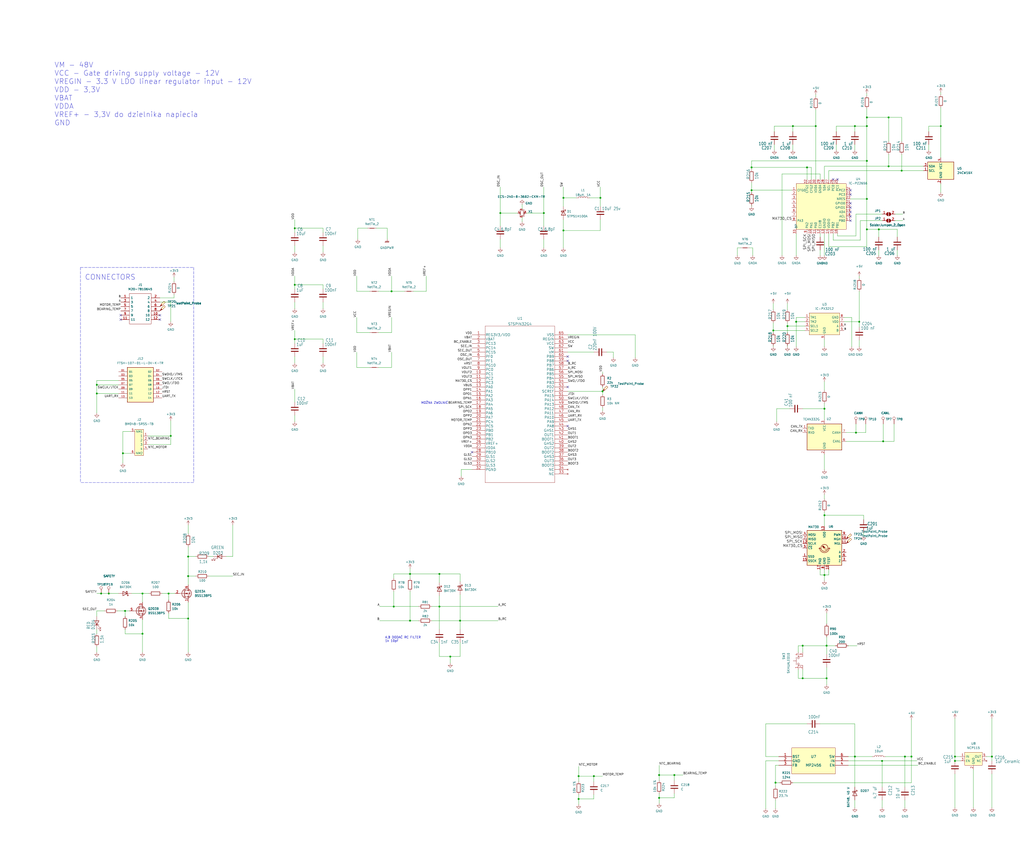
<source format=kicad_sch>
(kicad_sch (version 20211123) (generator eeschema)
  (paper "User" 597.865 499.923)
  (junction (at 760.73 185.42))
  (junction (at 681.355 25.4))
  (junction (at 760.095 132.08))
  (junction (at 481.33 300.99))
  (junction (at 71.755 264.795))
  (junction (at 579.12 441.96))
  (junction (at 384.81 466.09))
  (junction (at 988.695 129.54))
  (junction (at 798.83 109.22))
  (junction (at 676.275 293.37))
  (junction (at 83.185 346.71))
  (junction (at 665.48 159.385))
  (junction (at 891.54 346.075))
  (junction (at 346.71 453.39))
  (junction (at 762 160.02))
  (junction (at 393.7 452.755))
  (junction (at 865.505 184.785))
  (junction (at 903.605 108.585))
  (junction (at 83.185 370.205))
  (junction (at 229.87 354.33))
  (junction (at 506.095 116.205))
  (junction (at 317.5 124.46))
  (junction (at 98.425 346.71))
  (junction (at 328.93 134.62))
  (junction (at 687.705 131.445))
  (junction (at 476.25 73.66))
  (junction (at 528.32 441.96))
  (junction (at 673.1 25.4))
  (junction (at 239.395 335.28))
  (junction (at 972.185 148.59))
  (junction (at 499.11 441.96))
  (junction (at 256.54 335.28))
  (junction (at 99.695 254.635))
  (junction (at 885.19 332.74))
  (junction (at 866.775 159.385))
  (junction (at 459.74 190.5))
  (junction (at 786.13 346.71))
  (junction (at 791.845 333.375))
  (junction (at 784.86 185.42))
  (junction (at 664.21 184.785))
  (junction (at 438.785 97.79))
  (junction (at 499.11 73.66))
  (junction (at 506.095 93.98))
  (junction (at 774.7 264.795))
  (junction (at 506.095 133.985))
  (junction (at 702.31 108.585))
  (junction (at 109.855 336.55))
  (junction (at 518.795 97.155))
  (junction (at 464.82 187.96))
  (junction (at 499.745 252.73))
  (junction (at 515.62 257.81))
  (junction (at 468.63 396.24))
  (junction (at 683.26 332.74))
  (junction (at 518.795 68.58))
  (junction (at 481.33 335.915))
  (junction (at 702.31 233.68))
  (junction (at 889 131.445))
  (junction (at 549.275 73.66))
  (junction (at 836.93 26.67))
  (junction (at 501.65 187.96))
  (junction (at 438.785 111.125))
  (junction (at 350.52 115.57))
  (junction (at 172.085 198.12))
  (junction (at 172.085 133.35))
  (junction (at 256.54 354.33))
  (junction (at 452.755 457.2))
  (junction (at 471.17 97.79))
  (junction (at 59.055 346.71))
  (junction (at 663.575 131.445))
  (junction (at 239.395 362.585))
  (junction (at 647.7 27.305))
  (junction (at 784.225 132.08))
  (junction (at 903.605 233.68))
  (junction (at 351.79 228.6))
  (junction (at 506.095 73.66))
  (junction (at 903.605 159.385))
  (junction (at 889.635 184.785))
  (junction (at 482.6 377.19))
  (junction (at 702.31 212.09))
  (junction (at 451.485 193.04))
  (junction (at 798.83 212.725))
  (junction (at 109.855 325.12))
  (junction (at 228.6 170.18))
  (junction (at 526.415 99.695))
  (junction (at 783.59 26.67))
  (junction (at 864.87 131.445))
  (junction (at 798.83 160.02))
  (junction (at 880.11 264.16))
  (junction (at 73.025 356.87))
  (junction (at 63.5 346.71))
  (junction (at 772.795 294.005))
  (junction (at 702.31 159.385))
  (junction (at 328.93 115.57))
  (junction (at 513.08 133.985))
  (junction (at 557.53 441.96))
  (junction (at 688.34 184.785))
  (junction (at 878.205 293.37))
  (junction (at 384.81 452.755))
  (junction (at 337.82 453.39))
  (junction (at 262.89 383.54))
  (junction (at 798.83 26.67))
  (junction (at 972.185 129.54))
  (junction (at 557.53 444.5))
  (junction (at 811.53 26.67))
  (junction (at 56.515 229.87))
  (junction (at 642.62 27.305))
  (junction (at 903.605 212.09))
  (junction (at 506.095 68.58))
  (junction (at 268.605 362.585))
  (junction (at 172.085 166.37))
  (junction (at 695.325 332.74))
  (junction (at 779.78 333.375))
  (junction (at 532.13 441.96))
  (junction (at 482.6 396.24))
  (junction (at 109.855 361.315))
  (junction (at 798.83 234.315))
  (junction (at 514.985 444.5))
  (junction (at 481.33 238.76))
  (junction (at 828.04 26.67))
  (junction (at 468.63 377.19))
  (junction (at 897.255 332.74))
  (junction (at 292.1 124.46))
  (junction (at 689.61 346.075))
  (junction (at 462.915 73.66))
  (junction (at 337.82 466.725))
  (junction (at 678.18 264.16))
  (junction (at 56.515 224.79))
  (no_connect (at 488.95 104.775))
  (no_connect (at 486.41 104.775))
  (no_connect (at 496.57 123.825))
  (no_connect (at 496.57 128.905))
  (no_connect (at 496.57 126.365))
  (no_connect (at 496.57 118.745))
  (no_connect (at 496.57 121.285))
  (no_connect (at 496.57 113.665))
  (no_connect (at 496.57 111.125))
  (no_connect (at 331.47 226.06))
  (no_connect (at 331.47 210.82))
  (no_connect (at 331.47 208.28))
  (no_connect (at 331.47 248.92))
  (no_connect (at 275.59 264.16))
  (no_connect (at 70.485 184.15))
  (no_connect (at 70.485 186.69))
  (no_connect (at 93.345 184.15))
  (no_connect (at 93.345 186.69))
  (wire (pts (xy 784.86 173.99) (xy 784.86 185.42)))
  (wire (pts (xy 786.13 346.71) (xy 786.13 349.885)))
  (wire (pts (xy 659.13 233.68) (xy 702.31 233.68)))
  (wire (pts (xy 56.515 222.25) (xy 56.515 224.79)))
  (wire (pts (xy 514.985 467.36) (xy 514.985 471.805)))
  (wire (pts (xy 861.06 293.37) (xy 865.505 293.37)))
  (wire (pts (xy 482.6 377.19) (xy 482.6 372.11)))
  (wire (pts (xy 487.68 377.19) (xy 482.6 377.19)))
  (wire (pts (xy 494.03 257.81) (xy 515.62 257.81)))
  (wire (pts (xy 515.62 257.81) (xy 515.62 247.65)))
  (wire (pts (xy 496.57 116.205) (xy 506.095 116.205)))
  (wire (pts (xy 317.5 139.7) (xy 317.5 144.78)))
  (wire (pts (xy 903.605 189.865) (xy 903.605 212.09)))
  (wire (pts (xy 328.93 128.27) (xy 328.93 134.62)))
  (wire (pts (xy 328.93 134.62) (xy 328.93 144.78)))
  (wire (pts (xy 557.53 441.96) (xy 557.53 419.735)))
  (wire (pts (xy 702.31 189.865) (xy 702.31 212.09)))
  (wire (pts (xy 94.615 346.71) (xy 98.425 346.71)))
  (wire (pts (xy 887.9263 304.165) (xy 908.685 304.165)))
  (wire (pts (xy 549.275 53.975) (xy 549.275 55.245)))
  (wire (pts (xy 393.7 452.755) (xy 393.7 455.93)))
  (wire (pts (xy 770.89 173.99) (xy 784.86 173.99)))
  (wire (pts (xy 172.085 227.33) (xy 172.085 234.95)))
  (wire (pts (xy 663.575 131.445) (xy 676.275 131.445)))
  (wire (pts (xy 469.9 187.96) (xy 464.82 187.96)))
  (wire (pts (xy 720.09 23.495) (xy 720.09 26.035)))
  (wire (pts (xy 702.945 278.13) (xy 706.755 278.13)))
  (wire (pts (xy 878.205 293.37) (xy 893.445 293.37)))
  (wire (pts (xy 678.18 264.16) (xy 691.515 264.16)))
  (wire (pts (xy 891.54 346.075) (xy 897.255 346.075)))
  (wire (pts (xy 452.12 73.66) (xy 462.915 73.66)))
  (wire (pts (xy 56.515 222.25) (xy 69.215 222.25)))
  (wire (pts (xy 497.205 202.565) (xy 497.205 185.42)))
  (wire (pts (xy 972.185 110.49) (xy 972.185 116.84)))
  (wire (pts (xy 515.62 257.81) (xy 521.97 257.81)))
  (wire (pts (xy 208.28 170.18) (xy 215.9 170.18)))
  (wire (pts (xy 454.66 447.04) (xy 452.755 447.04)))
  (wire (pts (xy 219.71 133.35) (xy 226.06 133.35)))
  (wire (pts (xy 226.06 133.35) (xy 226.06 139.7)))
  (wire (pts (xy 861.06 264.16) (xy 865.505 264.16)))
  (wire (pts (xy 659.13 293.37) (xy 663.575 293.37)))
  (wire (pts (xy 499.11 441.96) (xy 499.11 459.74)))
  (wire (pts (xy 542.29 73.66) (xy 549.275 73.66)))
  (wire (pts (xy 451.485 201.93) (xy 451.485 202.565)))
  (wire (pts (xy 885.19 131.445) (xy 889 131.445)))
  (wire (pts (xy 760.095 120.65) (xy 760.095 132.08)))
  (wire (pts (xy 438.785 120.015) (xy 438.785 120.65)))
  (wire (pts (xy 471.17 97.79) (xy 471.17 104.775)))
  (wire (pts (xy 256.54 375.285) (xy 256.54 383.54)))
  (wire (pts (xy 720.09 120.65) (xy 720.09 124.46)))
  (wire (pts (xy 798.83 137.16) (xy 798.83 160.02)))
  (wire (pts (xy 502.285 140.335) (xy 486.41 140.335)))
  (wire (pts (xy 798.83 160.02) (xy 806.45 160.02)))
  (wire (pts (xy 462.915 84.455) (xy 462.915 87.63)))
  (wire (pts (xy 292.1 139.7) (xy 292.1 144.78)))
  (wire (pts (xy 469.9 185.42) (xy 464.82 185.42)))
  (wire (pts (xy 798.83 109.22) (xy 816.61 109.22)))
  (wire (pts (xy 535.94 447.04) (xy 495.3 447.04)))
  (wire (pts (xy 836.93 42.545) (xy 836.93 57.15)))
  (wire (pts (xy 384.81 466.09) (xy 384.81 469.265)))
  (wire (pts (xy 98.425 358.14) (xy 98.425 361.315)))
  (wire (pts (xy 791.845 317.5) (xy 791.845 321.31)))
  (wire (pts (xy 678.18 257.175) (xy 678.18 264.16)))
  (wire (pts (xy 779.78 346.71) (xy 786.13 346.71)))
  (wire (pts (xy 451.485 193.04) (xy 451.485 188.595)))
  (wire (pts (xy 885.19 332.74) (xy 897.255 332.74)))
  (wire (pts (xy 702.31 136.525) (xy 702.31 159.385)))
  (wire (pts (xy 702.31 159.385) (xy 702.31 179.705)))
  (wire (pts (xy 447.04 422.91) (xy 471.17 422.91)))
  (wire (pts (xy 903.605 108.585) (xy 921.385 108.585)))
  (wire (pts (xy 878.205 293.37) (xy 878.205 304.165)))
  (wire (pts (xy 673.1 44.45) (xy 673.1 45.72)))
  (wire (pts (xy 459.74 177.165) (xy 459.74 180.975)))
  (wire (pts (xy 678.18 277.495) (xy 678.18 281.305)))
  (wire (pts (xy 514.985 444.5) (xy 514.985 459.74)))
  (wire (pts (xy 880.11 277.495) (xy 880.11 281.305)))
  (wire (pts (xy 99.695 245.745) (xy 99.695 254.635)))
  (wire (pts (xy 71.755 264.795) (xy 76.2 264.795)))
  (wire (pts (xy 506.095 133.985) (xy 506.095 144.145)))
  (wire (pts (xy 897.255 332.74) (xy 911.86 332.74)))
  (wire (pts (xy 328.93 115.57) (xy 328.93 120.65)))
  (wire (pts (xy 256.54 383.54) (xy 262.89 383.54)))
  (wire (pts (xy 557.53 444.5) (xy 557.53 441.96)))
  (wire (pts (xy 762 154.94) (xy 762 160.02)))
  (wire (pts (xy 488.315 73.66) (xy 499.11 73.66)))
  (wire (pts (xy 256.54 347.98) (xy 256.54 354.33)))
  (wire (pts (xy 101.6 172.085) (xy 101.6 173.99)))
  (wire (pts (xy 241.3 170.18) (xy 248.92 170.18)))
  (wire (pts (xy 208.28 214.63) (xy 215.9 214.63)))
  (wire (pts (xy 268.605 383.54) (xy 262.89 383.54)))
  (wire (pts (xy 755.65 234.315) (xy 798.83 234.315)))
  (wire (pts (xy 499.11 441.96) (xy 495.3 441.96)))
  (wire (pts (xy 858.52 131.445) (xy 864.87 131.445)))
  (wire (pts (xy 523.875 146.05) (xy 523.875 149.225)))
  (wire (pts (xy 239.395 335.28) (xy 256.54 335.28)))
  (wire (pts (xy 73.025 356.87) (xy 75.565 356.87)))
  (wire (pts (xy 688.975 33.02) (xy 688.975 34.29)))
  (wire (pts (xy 476.25 73.66) (xy 476.25 104.775)))
  (wire (pts (xy 172.085 166.37) (xy 172.085 168.91)))
  (wire (pts (xy 542.29 76.835) (xy 542.29 73.66)))
  (wire (pts (xy 304.8 127) (xy 304.8 129.54)))
  (wire (pts (xy 268.605 339.725) (xy 268.605 335.28)))
  (wire (pts (xy 447.04 444.5) (xy 447.04 472.44)))
  (wire (pts (xy 432.435 144.78) (xy 430.53 144.78)))
  (wire (pts (xy 514.985 128.905) (xy 502.285 128.905)))
  (wire (pts (xy 256.54 340.36) (xy 256.54 335.28)))
  (wire (pts (xy 351.79 238.125) (xy 351.79 240.03)))
  (wire (pts (xy 523.875 133.985) (xy 513.08 133.985)))
  (wire (pts (xy 454.66 444.5) (xy 447.04 444.5)))
  (wire (pts (xy 798.83 26.67) (xy 811.53 26.67)))
  (wire (pts (xy 811.53 26.67) (xy 828.04 26.67)))
  (wire (pts (xy 447.04 441.96) (xy 447.04 422.91)))
  (wire (pts (xy 760.095 132.08) (xy 772.795 132.08)))
  (wire (pts (xy 836.93 26.67) (xy 836.93 37.465)))
  (wire (pts (xy 481.33 299.085) (xy 481.33 300.99)))
  (wire (pts (xy 740.41 29.21) (xy 740.41 24.13)))
  (wire (pts (xy 109.855 325.12) (xy 109.855 336.55)))
  (wire (pts (xy 506.095 73.66) (xy 499.11 73.66)))
  (wire (pts (xy 762.635 120.65) (xy 760.095 120.65)))
  (wire (pts (xy 337.82 453.39) (xy 337.82 456.565)))
  (wire (pts (xy 208.28 161.29) (xy 208.28 170.18)))
  (wire (pts (xy 647.7 27.305) (xy 647.7 29.845)))
  (wire (pts (xy 292.1 109.22) (xy 292.1 124.46)))
  (wire (pts (xy 673.1 35.56) (xy 673.1 36.83)))
  (wire (pts (xy 714.375 23.495) (xy 714.375 26.035)))
  (wire (pts (xy 522.605 125.095) (xy 527.05 125.095)))
  (wire (pts (xy 358.14 205.74) (xy 354.33 205.74)))
  (wire (pts (xy 346.71 466.725) (xy 337.82 466.725)))
  (wire (pts (xy 783.59 24.13) (xy 783.59 26.67)))
  (wire (pts (xy 56.515 356.87) (xy 56.515 360.045)))
  (wire (pts (xy 262.89 383.54) (xy 262.89 387.35)))
  (wire (pts (xy 228.6 170.18) (xy 236.22 170.18)))
  (polyline (pts (xy 46.99 156.21) (xy 46.99 281.94)))
  (polyline (pts (xy 46.99 156.21) (xy 113.03 156.21)))
  (polyline (pts (xy 113.03 156.21) (xy 113.03 281.94)))
  (polyline (pts (xy 113.03 281.94) (xy 46.99 281.94)))
  (wire (pts (xy 972.185 129.54) (xy 972.185 124.46)))
  (wire (pts (xy 220.98 214.63) (xy 228.6 214.63)))
  (wire (pts (xy 683.26 332.74) (xy 683.26 335.915)))
  (wire (pts (xy 891.54 346.075) (xy 891.54 349.25)))
  (wire (pts (xy 880.11 245.11) (xy 880.11 249.555)))
  (wire (pts (xy 304.8 119.38) (xy 304.8 121.92)))
  (wire (pts (xy 755.65 264.795) (xy 760.095 264.795)))
  (wire (pts (xy 99.695 259.715) (xy 99.695 254.635)))
  (wire (pts (xy 755.015 333.375) (xy 759.46 333.375)))
  (wire (pts (xy 228.6 161.29) (xy 228.6 170.18)))
  (wire (pts (xy 483.87 332.74) (xy 483.87 335.915)))
  (wire (pts (xy 483.87 335.915) (xy 481.33 335.915)))
  (wire (pts (xy 762 160.02) (xy 798.83 160.02)))
  (wire (pts (xy 452.755 457.2) (xy 452.755 459.74)))
  (wire (pts (xy 657.225 131.445) (xy 663.575 131.445)))
  (wire (pts (xy 706.755 278.13) (xy 706.755 304.165)))
  (wire (pts (xy 579.12 441.96) (xy 579.12 444.5)))
  (wire (pts (xy 903.605 226.695) (xy 903.605 233.68)))
  (wire (pts (xy 864.87 120.015) (xy 864.87 131.445)))
  (wire (pts (xy 506.095 116.205) (xy 506.095 133.985)))
  (wire (pts (xy 109.855 325.12) (xy 114.3 325.12)))
  (wire (pts (xy 172.085 161.29) (xy 172.085 166.37)))
  (wire (pts (xy 903.605 136.525) (xy 903.605 159.385)))
  (wire (pts (xy 464.82 185.42) (xy 464.82 187.96)))
  (wire (pts (xy 464.82 187.96) (xy 464.82 202.565)))
  (wire (pts (xy 438.785 111.125) (xy 438.785 112.395)))
  (wire (pts (xy 860.425 159.385) (xy 866.775 159.385)))
  (wire (pts (xy 772.795 294.005) (xy 772.795 304.8)))
  (wire (pts (xy 337.82 466.725) (xy 337.82 469.9)))
  (wire (pts (xy 499.11 84.455) (xy 499.11 87.63)))
  (wire (pts (xy 760.73 173.99) (xy 760.73 185.42)))
  (wire (pts (xy 109.855 319.405) (xy 109.855 325.12)))
  (wire (pts (xy 478.79 422.91) (xy 499.11 422.91)))
  (wire (pts (xy 506.095 93.98) (xy 506.095 116.205)))
  (wire (pts (xy 481.33 198.12) (xy 481.33 202.565)))
  (wire (pts (xy 481.33 335.915) (xy 481.33 339.09)))
  (wire (pts (xy 459.74 188.595) (xy 459.74 190.5)))
  (wire (pts (xy 506.095 93.98) (xy 438.785 93.98)))
  (wire (pts (xy 513.08 133.985) (xy 506.095 133.985)))
  (wire (pts (xy 798.83 212.725) (xy 798.83 219.71)))
  (wire (pts (xy 86.36 254.635) (xy 99.695 254.635)))
  (wire (pts (xy 657.86 184.785) (xy 664.21 184.785)))
  (wire (pts (xy 532.13 457.2) (xy 532.13 441.96)))
  (wire (pts (xy 506.095 68.58) (xy 506.095 73.66)))
  (wire (pts (xy 188.595 208.28) (xy 188.595 212.09)))
  (wire (pts (xy 328.93 115.57) (xy 336.55 115.57)))
  (wire (pts (xy 702.31 233.68) (xy 702.31 236.855)))
  (wire (pts (xy 244.475 362.585) (xy 239.395 362.585)))
  (wire (pts (xy 904.875 278.13) (xy 908.685 278.13)))
  (wire (pts (xy 438.785 111.125) (xy 462.28 111.125)))
  (wire (pts (xy 702.31 226.695) (xy 702.31 233.68)))
  (wire (pts (xy 506.095 68.58) (xy 518.795 68.58)))
  (wire (pts (xy 774.7 264.795) (xy 774.7 270.51)))
  (wire (pts (xy 481.33 136.525) (xy 481.33 149.225)))
  (wire (pts (xy 337.82 453.39) (xy 346.71 453.39)))
  (wire (pts (xy 683.26 343.535) (xy 683.26 346.075)))
  (wire (pts (xy 683.26 346.075) (xy 689.61 346.075)))
  (wire (pts (xy 689.61 346.075) (xy 695.325 346.075)))
  (wire (pts (xy 695.325 346.075) (xy 695.325 343.535)))
  (wire (pts (xy 774.7 278.13) (xy 774.7 281.94)))
  (wire (pts (xy 791.845 346.71) (xy 791.845 344.17)))
  (wire (pts (xy 317.5 109.22) (xy 317.5 124.46)))
  (wire (pts (xy 684.53 184.785) (xy 688.34 184.785)))
  (wire (pts (xy 351.79 228.6) (xy 351.79 230.505)))
  (wire (pts (xy 101.6 173.99) (xy 93.345 173.99)))
  (wire (pts (xy 676.275 293.37) (xy 676.275 304.165)))
  (wire (pts (xy 239.395 335.28) (xy 239.395 337.82)))
  (wire (pts (xy 56.515 377.825) (xy 56.515 381)))
  (wire (pts (xy 702.31 103.505) (xy 702.31 108.585)))
  (wire (pts (xy 514.985 444.5) (xy 535.305 444.5)))
  (wire (pts (xy 56.515 224.79) (xy 69.215 224.79)))
  (wire (pts (xy 875.03 120.015) (xy 889 120.015)))
  (wire (pts (xy 98.425 361.315) (xy 109.855 361.315)))
  (wire (pts (xy 101.6 161.925) (xy 101.6 164.465)))
  (wire (pts (xy 755.65 143.51) (xy 762 143.51)))
  (wire (pts (xy 483.87 144.145) (xy 506.095 144.145)))
  (wire (pts (xy 462.915 457.2) (xy 532.13 457.2)))
  (wire (pts (xy 972.185 148.59) (xy 988.695 148.59)))
  (wire (pts (xy 452.755 467.36) (xy 452.755 472.44)))
  (wire (pts (xy 121.92 325.12) (xy 124.46 325.12)))
  (wire (pts (xy 73.025 367.665) (xy 73.025 370.205)))
  (wire (pts (xy 98.425 346.71) (xy 102.235 346.71)))
  (wire (pts (xy 777.24 26.67) (xy 783.59 26.67)))
  (wire (pts (xy 504.19 311.15) (xy 504.19 313.055)))
  (wire (pts (xy 208.28 205.74) (xy 208.28 214.63)))
  (wire (pts (xy 346.71 464.185) (xy 346.71 466.725)))
  (wire (pts (xy 486.41 140.335) (xy 486.41 136.525)))
  (wire (pts (xy 451.485 193.04) (xy 469.9 193.04)))
  (wire (pts (xy 889 131.445) (xy 895.985 131.445)))
  (wire (pts (xy 921.385 120.65) (xy 921.385 124.46)))
  (wire (pts (xy 229.87 337.82) (xy 229.87 335.28)))
  (wire (pts (xy 229.87 335.28) (xy 239.395 335.28)))
  (wire (pts (xy 522.605 128.905) (xy 527.05 128.905)))
  (wire (pts (xy 798.83 104.14) (xy 798.83 109.22)))
  (wire (pts (xy 466.09 377.19) (xy 468.63 377.19)))
  (wire (pts (xy 468.63 377.19) (xy 482.6 377.19)))
  (wire (pts (xy 767.08 333.375) (xy 769.62 333.375)))
  (wire (pts (xy 659.13 212.09) (xy 702.31 212.09)))
  (wire (pts (xy 676.275 304.165) (xy 678.3763 304.165)))
  (wire (pts (xy 452.12 76.835) (xy 452.12 73.66)))
  (wire (pts (xy 468.63 377.19) (xy 468.63 381)))
  (wire (pts (xy 868.045 173.355) (xy 865.505 173.355)))
  (wire (pts (xy 695.325 332.74) (xy 695.325 335.915)))
  (wire (pts (xy 670.56 332.74) (xy 673.1 332.74)))
  (wire (pts (xy 882.65 332.74) (xy 885.19 332.74)))
  (wire (pts (xy 483.87 136.525) (xy 483.87 144.145)))
  (wire (pts (xy 688.34 184.785) (xy 694.69 184.785)))
  (wire (pts (xy 499.745 125.095) (xy 514.985 125.095)))
  (wire (pts (xy 481.33 335.915) (xy 481.33 332.74)))
  (wire (pts (xy 499.745 137.795) (xy 499.745 125.095)))
  (wire (pts (xy 499.11 467.36) (xy 499.11 471.805)))
  (wire (pts (xy 497.205 185.42) (xy 492.76 185.42)))
  (wire (pts (xy 687.705 131.445) (xy 694.69 131.445)))
  (wire (pts (xy 770.255 120.65) (xy 784.225 120.65)))
  (wire (pts (xy 642.62 24.765) (xy 642.62 27.305)))
  (wire (pts (xy 642.62 27.305) (xy 647.7 27.305)))
  (wire (pts (xy 647.7 24.765) (xy 647.7 27.305)))
  (wire (pts (xy 451.485 193.04) (xy 451.485 194.31)))
  (wire (pts (xy 466.09 377.19) (xy 466.09 381)))
  (wire (pts (xy 384.81 447.04) (xy 384.81 452.755)))
  (wire (pts (xy 109.855 361.315) (xy 109.855 381)))
  (wire (pts (xy 689.61 346.075) (xy 689.61 349.25)))
  (wire (pts (xy 681.355 25.4) (xy 681.355 34.29)))
  (wire (pts (xy 462.915 76.835) (xy 462.915 73.66)))
  (wire (pts (xy 513.08 138.43) (xy 513.08 133.985)))
  (wire (pts (xy 791.845 328.93) (xy 791.845 333.375)))
  (wire (pts (xy 642.62 27.305) (xy 642.62 29.845)))
  (wire (pts (xy 666.115 120.015) (xy 663.575 120.015)))
  (wire (pts (xy 528.32 441.96) (xy 532.13 441.96)))
  (wire (pts (xy 499.11 441.96) (xy 509.27 441.96)))
  (wire (pts (xy 674.37 173.355) (xy 688.34 173.355)))
  (wire (pts (xy 494.03 252.73) (xy 499.745 252.73)))
  (wire (pts (xy 499.745 252.73) (xy 505.46 252.73)))
  (wire (pts (xy 505.46 252.73) (xy 505.46 247.65)))
  (wire (pts (xy 220.98 194.31) (xy 228.6 194.31)))
  (wire (pts (xy 228.6 185.42) (xy 228.6 194.31)))
  (wire (pts (xy 71.755 264.795) (xy 71.755 270.51)))
  (wire (pts (xy 317.5 124.46) (xy 317.5 132.08)))
  (wire (pts (xy 331.47 195.58) (xy 370.84 195.58)))
  (wire (pts (xy 370.84 195.58) (xy 370.84 208.915)))
  (wire (pts (xy 903.605 159.385) (xy 903.605 179.705)))
  (wire (pts (xy 73.025 356.87) (xy 73.025 360.045)))
  (wire (pts (xy 521.97 257.81) (xy 521.97 247.65)))
  (wire (pts (xy 478.79 136.525) (xy 478.79 138.43)))
  (wire (pts (xy 488.95 136.525) (xy 488.95 137.795)))
  (wire (pts (xy 755.65 212.725) (xy 798.83 212.725)))
  (wire (pts (xy 256.54 354.33) (xy 290.83 354.33)))
  (wire (pts (xy 760.73 185.42) (xy 773.43 185.42)))
  (wire (pts (xy 798.83 160.02) (xy 798.83 180.34)))
  (wire (pts (xy 777.24 333.375) (xy 779.78 333.375)))
  (wire (pts (xy 828.04 26.67) (xy 828.04 37.465)))
  (wire (pts (xy 897.255 328.295) (xy 897.255 332.74)))
  (wire (pts (xy 988.695 129.54) (xy 988.695 135.89)))
  (wire (pts (xy 889.635 184.785) (xy 895.985 184.785)))
  (wire (pts (xy 897.255 332.74) (xy 897.255 335.915)))
  (wire (pts (xy 56.515 229.87) (xy 56.515 241.3)))
  (wire (pts (xy 542.29 84.455) (xy 542.29 87.63)))
  (wire (pts (xy 482.6 389.89) (xy 482.6 396.24)))
  (wire (pts (xy 482.6 396.24) (xy 482.6 400.05)))
  (wire (pts (xy 488.95 137.795) (xy 499.745 137.795)))
  (wire (pts (xy 903.605 103.505) (xy 903.605 108.585)))
  (wire (pts (xy 452.755 457.2) (xy 455.295 457.2)))
  (wire (pts (xy 659.13 142.875) (xy 665.48 142.875)))
  (wire (pts (xy 665.48 146.685) (xy 665.48 142.875)))
  (wire (pts (xy 780.415 132.08) (xy 784.225 132.08)))
  (wire (pts (xy 93.345 176.53) (xy 99.695 176.53)))
  (wire (pts (xy 865.505 184.785) (xy 878.205 184.785)))
  (wire (pts (xy 702.31 159.385) (xy 709.93 159.385)))
  (wire (pts (xy 860.425 233.68) (xy 903.605 233.68)))
  (wire (pts (xy 972.185 129.54) (xy 988.695 129.54)))
  (wire (pts (xy 988.695 129.54) (xy 996.315 129.54)))
  (wire (pts (xy 438.785 97.79) (xy 438.785 99.06)))
  (wire (pts (xy 358.14 205.74) (xy 358.14 208.915)))
  (wire (pts (xy 549.275 62.865) (xy 549.275 73.66)))
  (wire (pts (xy 228.6 205.74) (xy 228.6 214.63)))
  (wire (pts (xy 513.08 146.05) (xy 513.08 149.225)))
  (wire (pts (xy 221.615 354.33) (xy 229.87 354.33)))
  (wire (pts (xy 811.53 26.67) (xy 811.53 36.195)))
  (wire (pts (xy 438.785 97.79) (xy 471.17 97.79)))
  (wire (pts (xy 438.785 111.125) (xy 438.785 106.68)))
  (wire (pts (xy 439.42 144.78) (xy 437.515 144.78)))
  (wire (pts (xy 798.83 35.56) (xy 798.83 36.83)))
  (wire (pts (xy 384.81 452.755) (xy 393.7 452.755)))
  (wire (pts (xy 481.33 288.925) (xy 481.33 291.465)))
  (wire (pts (xy 481.33 300.99) (xy 481.33 307.34)))
  (wire (pts (xy 188.595 200.66) (xy 188.595 198.12)))
  (wire (pts (xy 393.7 466.09) (xy 384.81 466.09)))
  (wire (pts (xy 988.695 110.49) (xy 988.695 116.84)))
  (wire (pts (xy 579.12 419.735) (xy 579.12 441.96)))
  (wire (pts (xy 71.755 252.095) (xy 76.2 252.095)))
  (wire (pts (xy 665.48 154.305) (xy 665.48 159.385)))
  (wire (pts (xy 456.565 149.225) (xy 456.565 101.6)))
  (wire (pts (xy 880.11 257.175) (xy 880.11 264.16)))
  (wire (pts (xy 135.89 306.705) (xy 135.89 325.12)))
  (wire (pts (xy 889 120.015) (xy 889 131.445)))
  (wire (pts (xy 774.7 257.81) (xy 774.7 264.795)))
  (wire (pts (xy 86.36 259.715) (xy 99.695 259.715)))
  (wire (pts (xy 268.605 362.585) (xy 290.83 362.585)))
  (wire (pts (xy 393.7 452.755) (xy 398.78 452.755)))
  (wire (pts (xy 560.705 441.96) (xy 557.53 441.96)))
  (wire (pts (xy 109.855 306.705) (xy 109.855 311.785)))
  (wire (pts (xy 866.775 154.305) (xy 866.775 159.385)))
  (wire (pts (xy 864.87 131.445) (xy 877.57 131.445)))
  (wire (pts (xy 885.19 346.075) (xy 891.54 346.075)))
  (wire (pts (xy 99.695 176.53) (xy 99.695 187.96)))
  (wire (pts (xy 501.65 187.96) (xy 501.65 191.135)))
  (wire (pts (xy 972.185 129.54) (xy 972.185 135.89)))
  (wire (pts (xy 172.085 143.51) (xy 172.085 147.32)))
  (wire (pts (xy 337.82 464.185) (xy 337.82 466.725)))
  (wire (pts (xy 528.32 441.96) (xy 528.32 459.74)))
  (wire (pts (xy 860.425 212.09) (xy 903.605 212.09)))
  (wire (pts (xy 687.705 120.015) (xy 687.705 131.445)))
  (wire (pts (xy 988.695 129.54) (xy 988.695 124.46)))
  (wire (pts (xy 393.7 463.55) (xy 393.7 466.09)))
  (wire (pts (xy 488.315 76.835) (xy 488.315 73.66)))
  (wire (pts (xy 478.79 101.6) (xy 478.79 104.775)))
  (wire (pts (xy 779.78 333.375) (xy 779.78 336.55)))
  (wire (pts (xy 659.13 264.16) (xy 663.575 264.16)))
  (wire (pts (xy 781.05 185.42) (xy 784.86 185.42)))
  (wire (pts (xy 172.085 176.53) (xy 172.085 180.34)))
  (wire (pts (xy 468.63 391.16) (xy 468.63 396.24)))
  (wire (pts (xy 252.095 362.585) (xy 268.605 362.585)))
  (wire (pts (xy 988.695 148.59) (xy 988.695 143.51)))
  (wire (pts (xy 229.87 354.33) (xy 229.87 345.44)))
  (wire (pts (xy 803.275 278.765) (xy 803.275 304.8)))
  (wire (pts (xy 56.515 356.87) (xy 60.96 356.87)))
  (wire (pts (xy 816.61 121.285) (xy 816.61 125.095)))
  (wire (pts (xy 799.465 278.765) (xy 803.275 278.765)))
  (wire (pts (xy 466.09 391.16) (xy 466.09 396.24)))
  (wire (pts (xy 466.09 396.24) (xy 468.63 396.24)))
  (wire (pts (xy 468.63 396.24) (xy 482.6 396.24)))
  (wire (pts (xy 172.085 208.28) (xy 172.085 212.09)))
  (wire (pts (xy 476.25 55.245) (xy 476.25 56.515)))
  (wire (pts (xy 685.9963 304.165) (xy 706.755 304.165)))
  (wire (pts (xy 56.515 367.665) (xy 56.515 370.205)))
  (wire (pts (xy 98.425 346.71) (xy 98.425 350.52)))
  (wire (pts (xy 292.1 124.46) (xy 292.1 132.08)))
  (wire (pts (xy 779.78 333.375) (xy 791.845 333.375)))
  (wire (pts (xy 208.915 133.35) (xy 208.915 139.7)))
  (wire (pts (xy 214.63 133.35) (xy 208.915 133.35)))
  (wire (pts (xy 248.92 161.29) (xy 248.92 170.18)))
  (wire (pts (xy 518.795 90.17) (xy 518.795 97.155)))
  (wire (pts (xy 786.13 346.71) (xy 791.845 346.71)))
  (wire (pts (xy 557.53 452.12) (xy 557.53 471.805)))
  (wire (pts (xy 268.605 347.345) (xy 268.605 362.585)))
  (wire (pts (xy 268.605 362.585) (xy 268.605 367.665)))
  (wire (pts (xy 767.715 264.795) (xy 774.7 264.795)))
  (wire (pts (xy 750.57 29.21) (xy 750.57 24.13)))
  (wire (pts (xy 438.785 93.98) (xy 438.785 97.79)))
  (wire (pts (xy 478.79 146.05) (xy 478.79 149.225)))
  (wire (pts (xy 83.185 361.95) (xy 83.185 370.205)))
  (wire (pts (xy 501.65 161.29) (xy 501.65 162.56)))
  (wire (pts (xy 755.65 160.02) (xy 762 160.02)))
  (wire (pts (xy 172.085 242.57) (xy 172.085 246.38)))
  (wire (pts (xy 908.685 278.13) (xy 908.685 304.165)))
  (wire (pts (xy 811.53 43.815) (xy 811.53 57.15)))
  (wire (pts (xy 903.605 159.385) (xy 911.225 159.385)))
  (wire (pts (xy 798.83 27.94) (xy 798.83 26.67)))
  (wire (pts (xy 903.605 233.68) (xy 903.605 236.855)))
  (wire (pts (xy 549.275 73.66) (xy 549.275 92.075)))
  (wire (pts (xy 560.705 444.5) (xy 557.53 444.5)))
  (wire (pts (xy 866.775 159.385) (xy 903.605 159.385)))
  (wire (pts (xy 188.595 198.12) (xy 172.085 198.12)))
  (wire (pts (xy 673.1 22.86) (xy 673.1 25.4)))
  (wire (pts (xy 673.1 25.4) (xy 681.355 25.4)))
  (wire (pts (xy 504.19 300.99) (xy 481.33 300.99)))
  (wire (pts (xy 504.19 303.53) (xy 504.19 300.99)))
  (wire (pts (xy 859.155 184.785) (xy 865.505 184.785)))
  (wire (pts (xy 346.71 453.39) (xy 346.71 456.565)))
  (wire (pts (xy 779.78 344.17) (xy 779.78 346.71)))
  (wire (pts (xy 244.475 354.33) (xy 229.87 354.33)))
  (wire (pts (xy 256.54 335.28) (xy 268.605 335.28)))
  (wire (pts (xy 172.085 193.04) (xy 172.085 198.12)))
  (wire (pts (xy 439.42 149.225) (xy 439.42 144.78)))
  (wire (pts (xy 784.86 185.42) (xy 791.21 185.42)))
  (wire (pts (xy 462.915 73.66) (xy 476.25 73.66)))
  (wire (pts (xy 132.08 325.12) (xy 135.89 325.12)))
  (wire (pts (xy 83.185 346.71) (xy 86.995 346.71)))
  (wire (pts (xy 784.225 132.08) (xy 791.21 132.08)))
  (wire (pts (xy 897.255 316.865) (xy 897.255 320.675)))
  (wire (pts (xy 499.11 76.835) (xy 499.11 73.66)))
  (wire (pts (xy 481.33 235.585) (xy 481.33 238.76)))
  (wire (pts (xy 836.93 26.67) (xy 860.425 26.67)))
  (wire (pts (xy 702.31 108.585) (xy 702.31 126.365)))
  (wire (pts (xy 681.355 25.4) (xy 681.355 22.86)))
  (wire (pts (xy 681.355 25.4) (xy 688.975 25.4)))
  (wire (pts (xy 688.975 27.94) (xy 688.975 25.4)))
  (wire (pts (xy 109.855 336.55) (xy 114.3 336.55)))
  (wire (pts (xy 351.79 217.17) (xy 351.79 218.44)))
  (wire (pts (xy 459.74 190.5) (xy 469.9 190.5)))
  (wire (pts (xy 346.71 453.39) (xy 351.79 453.39)))
  (wire (pts (xy 506.095 73.66) (xy 506.095 93.98)))
  (wire (pts (xy 860.425 332.74) (xy 864.87 332.74)))
  (wire (pts (xy 921.385 108.585) (xy 921.385 113.03)))
  (wire (pts (xy 903.605 108.585) (xy 903.605 126.365)))
  (wire (pts (xy 476.25 64.135) (xy 476.25 73.66)))
  (wire (pts (xy 56.515 346.71) (xy 59.055 346.71)))
  (wire (pts (xy 885.19 332.74) (xy 885.19 335.915)))
  (wire (pts (xy 865.505 173.355) (xy 865.505 184.785)))
  (wire (pts (xy 331.47 228.6) (xy 351.79 228.6)))
  (wire (pts (xy 495.3 444.5) (xy 514.985 444.5)))
  (wire (pts (xy 518.795 68.58) (xy 518.795 82.55)))
  (wire (pts (xy 268.605 375.285) (xy 268.605 383.54)))
  (wire (pts (xy 755.65 294.005) (xy 760.095 294.005)))
  (wire (pts (xy 188.595 176.53) (xy 188.595 180.34)))
  (wire (pts (xy 506.095 63.5) (xy 506.095 68.58)))
  (wire (pts (xy 188.595 166.37) (xy 172.085 166.37)))
  (wire (pts (xy 76.835 346.71) (xy 83.185 346.71)))
  (wire (pts (xy 328.93 134.62) (xy 350.52 134.62)))
  (wire (pts (xy 350.52 134.62) (xy 350.52 128.27)))
  (wire (pts (xy 56.515 229.87) (xy 69.215 229.87)))
  (wire (pts (xy 784.225 120.65) (xy 784.225 132.08)))
  (wire (pts (xy 659.13 159.385) (xy 665.48 159.385)))
  (wire (pts (xy 665.48 159.385) (xy 702.31 159.385)))
  (wire (pts (xy 239.395 362.585) (xy 239.395 345.44)))
  (wire (pts (xy 683.895 131.445) (xy 687.705 131.445)))
  (wire (pts (xy 452.12 84.455) (xy 452.12 87.63)))
  (wire (pts (xy 798.83 190.5) (xy 798.83 212.725)))
  (wire (pts (xy 384.81 452.755) (xy 384.81 455.93)))
  (wire (pts (xy 83.185 346.71) (xy 83.185 351.79)))
  (wire (pts (xy 350.52 115.57) (xy 350.52 120.65)))
  (wire (pts (xy 523.875 138.43) (xy 523.875 133.985)))
  (wire (pts (xy 269.24 274.32) (xy 269.24 278.13)))
  (wire (pts (xy 275.59 274.32) (xy 269.24 274.32)))
  (wire (pts (xy 451.485 177.165) (xy 451.485 180.975)))
  (wire (pts (xy 702.31 108.585) (xy 720.09 108.585)))
  (wire (pts (xy 720.09 108.585) (xy 720.09 113.03)))
  (wire (pts (xy 71.755 252.095) (xy 71.755 264.795)))
  (wire (pts (xy 172.085 198.12) (xy 172.085 200.66)))
  (wire (pts (xy 714.375 26.035) (xy 720.09 26.035)))
  (wire (pts (xy 502.285 128.905) (xy 502.285 140.335)))
  (wire (pts (xy 774.7 264.795) (xy 788.035 264.795)))
  (wire (pts (xy 897.255 346.075) (xy 897.255 343.535)))
  (wire (pts (xy 208.28 185.42) (xy 208.28 194.31)))
  (wire (pts (xy 208.28 194.31) (xy 215.9 194.31)))
  (wire (pts (xy 453.39 238.76) (xy 453.39 246.38)))
  (wire (pts (xy 461.01 238.76) (xy 453.39 238.76)))
  (wire (pts (xy 481.33 238.76) (xy 468.63 238.76)))
  (wire (pts (xy 292.1 124.46) (xy 302.26 124.46)))
  (wire (pts (xy 473.71 97.79) (xy 473.71 104.775)))
  (wire (pts (xy 783.59 26.67) (xy 798.83 26.67)))
  (wire (pts (xy 663.575 120.015) (xy 663.575 131.445)))
  (wire (pts (xy 767.715 294.005) (xy 772.795 294.005)))
  (wire (pts (xy 762 147.32) (xy 762 143.51)))
  (wire (pts (xy 695.325 328.295) (xy 695.325 332.74)))
  (wire (pts (xy 791.845 333.375) (xy 806.45 333.375)))
  (wire (pts (xy 664.21 173.355) (xy 664.21 184.785)))
  (wire (pts (xy 666.75 173.355) (xy 664.21 173.355)))
  (wire (pts (xy 456.565 101.6) (xy 478.79 101.6)))
  (wire (pts (xy 478.79 332.74) (xy 478.79 335.915)))
  (wire (pts (xy 478.79 335.915) (xy 481.33 335.915)))
  (wire (pts (xy 658.495 332.74) (xy 662.94 332.74)))
  (wire (pts (xy 671.195 264.16) (xy 678.18 264.16)))
  (wire (pts (xy 678.18 264.16) (xy 678.18 269.875)))
  (wire (pts (xy 337.82 447.675) (xy 337.82 453.39)))
  (wire (pts (xy 68.58 356.87) (xy 73.025 356.87)))
  (wire (pts (xy 188.595 135.89) (xy 188.595 133.35)))
  (wire (pts (xy 499.745 252.73) (xy 499.745 247.65)))
  (wire (pts (xy 482.6 358.14) (xy 482.6 364.49)))
  (wire (pts (xy 695.325 316.865) (xy 695.325 320.675)))
  (wire (pts (xy 73.025 370.205) (xy 83.185 370.205)))
  (wire (pts (xy 798.83 234.315) (xy 798.83 237.49)))
  (wire (pts (xy 860.425 142.875) (xy 866.775 142.875)))
  (wire (pts (xy 528.32 467.36) (xy 528.32 471.805)))
  (wire (pts (xy 516.89 441.96) (xy 528.32 441.96)))
  (wire (pts (xy 772.795 294.005) (xy 788.035 294.005)))
  (wire (pts (xy 83.185 370.205) (xy 83.185 381)))
  (wire (pts (xy 172.085 128.27) (xy 172.085 133.35)))
  (wire (pts (xy 172.085 133.35) (xy 172.085 135.89)))
  (wire (pts (xy 452.755 447.04) (xy 452.755 457.2)))
  (wire (pts (xy 256.54 367.665) (xy 256.54 354.33)))
  (wire (pts (xy 518.795 68.58) (xy 526.415 68.58)))
  (wire (pts (xy 488.315 84.455) (xy 488.315 87.63)))
  (wire (pts (xy 471.17 97.79) (xy 473.71 97.79)))
  (wire (pts (xy 798.83 109.22) (xy 798.83 127)))
  (wire (pts (xy 328.93 109.22) (xy 328.93 115.57)))
  (wire (pts (xy 791.845 333.375) (xy 791.845 336.55)))
  (wire (pts (xy 579.12 452.12) (xy 579.12 471.805)))
  (wire (pts (xy 252.095 354.33) (xy 256.54 354.33)))
  (wire (pts (xy 903.605 212.09) (xy 903.605 219.075)))
  (wire (pts (xy 828.04 42.545) (xy 828.04 57.15)))
  (wire (pts (xy 875.665 173.355) (xy 889.635 173.355)))
  (wire (pts (xy 506.095 54.61) (xy 506.095 55.88)))
  (wire (pts (xy 753.745 132.08) (xy 760.095 132.08)))
  (wire (pts (xy 384.81 463.55) (xy 384.81 466.09)))
  (wire (pts (xy 239.395 332.105) (xy 239.395 335.28)))
  (wire (pts (xy 880.11 264.16) (xy 880.11 269.875)))
  (wire (pts (xy 673.735 120.015) (xy 687.705 120.015)))
  (wire (pts (xy 798.83 227.33) (xy 798.83 234.315)))
  (wire (pts (xy 501.65 198.755) (xy 501.65 202.565)))
  (wire (pts (xy 782.5163 304.8) (xy 803.275 304.8)))
  (wire (pts (xy 671.195 293.37) (xy 676.275 293.37)))
  (wire (pts (xy 676.275 293.37) (xy 691.515 293.37)))
  (wire (pts (xy 702.31 212.09) (xy 702.31 219.075)))
  (wire (pts (xy 481.33 222.885) (xy 481.33 227.965)))
  (wire (pts (xy 481.33 238.76) (xy 481.33 245.11)))
  (wire (pts (xy 459.74 201.93) (xy 459.74 202.565)))
  (wire (pts (xy 678.18 245.11) (xy 678.18 249.555)))
  (wire (pts (xy 526.415 90.17) (xy 526.415 99.695)))
  (wire (pts (xy 885.19 343.535) (xy 885.19 346.075)))
  (wire (pts (xy 798.83 53.34) (xy 798.83 57.15)))
  (wire (pts (xy 526.415 68.58) (xy 526.415 82.55)))
  (wire (pts (xy 482.6 377.19) (xy 482.6 382.27)))
  (wire (pts (xy 172.085 133.35) (xy 188.595 133.35)))
  (wire (pts (xy 430.53 144.78) (xy 430.53 149.225)))
  (wire (pts (xy 220.98 170.18) (xy 228.6 170.18)))
  (wire (pts (xy 307.34 124.46) (xy 317.5 124.46)))
  (wire (pts (xy 579.12 441.96) (xy 575.945 441.96)))
  (wire (pts (xy 972.185 143.51) (xy 972.185 148.59)))
  (wire (pts (xy 972.185 148.59) (xy 972.185 153.67)))
  (wire (pts (xy 878.205 304.165) (xy 880.3063 304.165)))
  (wire (pts (xy 63.5 346.71) (xy 69.215 346.71)))
  (wire (pts (xy 464.82 136.525) (xy 464.82 149.225)))
  (wire (pts (xy 481.33 104.775) (xy 481.33 97.155)))
  (wire (pts (xy 673.1 25.4) (xy 673.1 27.94)))
  (wire (pts (xy 777.24 24.13) (xy 777.24 26.67)))
  (wire (pts (xy 798.83 44.45) (xy 798.83 45.72)))
  (wire (pts (xy 109.855 351.79) (xy 109.855 361.315)))
  (wire (pts (xy 56.515 224.79) (xy 56.515 229.87)))
  (wire (pts (xy 664.21 184.785) (xy 676.91 184.785)))
  (wire (pts (xy 774.7 245.745) (xy 774.7 250.19)))
  (wire (pts (xy 331.47 205.74) (xy 346.71 205.74)))
  (wire (pts (xy 680.72 332.74) (xy 683.26 332.74)))
  (wire (pts (xy 683.26 332.74) (xy 695.325 332.74)))
  (wire (pts (xy 695.325 332.74) (xy 709.93 332.74)))
  (wire (pts (xy 499.11 422.91) (xy 499.11 441.96)))
  (wire (pts (xy 121.92 336.55) (xy 135.89 336.55)))
  (wire (pts (xy 454.66 441.96) (xy 447.04 441.96)))
  (wire (pts (xy 350.52 109.22) (xy 350.52 115.57)))
  (wire (pts (xy 880.11 264.16) (xy 893.445 264.16)))
  (wire (pts (xy 885.825 184.785) (xy 889.635 184.785)))
  (wire (pts (xy 828.04 26.67) (xy 836.93 26.67)))
  (wire (pts (xy 221.615 362.585) (xy 239.395 362.585)))
  (wire (pts (xy 59.055 346.71) (xy 63.5 346.71)))
  (wire (pts (xy 549.275 107.315) (xy 549.275 112.395)))
  (wire (pts (xy 501.65 170.18) (xy 501.65 187.96)))
  (wire (pts (xy 688.34 173.355) (xy 688.34 184.785)))
  (wire (pts (xy 889.635 173.355) (xy 889.635 184.785)))
  (wire (pts (xy 872.49 332.74) (xy 875.03 332.74)))
  (wire (pts (xy 481.33 265.43) (xy 481.33 274.32)))
  (wire (pts (xy 344.17 115.57) (xy 350.52 115.57)))
  (wire (pts (xy 526.415 99.695) (xy 539.115 99.695)))
  (wire (pts (xy 483.87 99.695) (xy 483.87 104.775)))
  (wire (pts (xy 866.775 146.685) (xy 866.775 142.875)))
  (wire (pts (xy 459.74 190.5) (xy 459.74 194.31)))
  (wire (pts (xy 816.61 109.22) (xy 816.61 113.665)))
  (wire (pts (xy 772.795 304.8) (xy 774.8963 304.8)))
  (wire (pts (xy 873.125 264.16) (xy 880.11 264.16)))
  (wire (pts (xy 188.595 143.51) (xy 188.595 147.32)))
  (wire (pts (xy 109.855 336.55) (xy 109.855 341.63)))
  (wire (pts (xy 188.595 168.91) (xy 188.595 166.37)))
  (wire (pts (xy 526.415 99.695) (xy 483.87 99.695)))
  (wire (pts (xy 518.795 97.155) (xy 539.115 97.155)))
  (wire (pts (xy 492.76 187.96) (xy 501.65 187.96)))
  (wire (pts (xy 481.33 97.155) (xy 518.795 97.155)))
  (wire (pts (xy 754.38 185.42) (xy 760.73 185.42)))
  (wire (pts (xy 763.27 173.99) (xy 760.73 173.99)))
  (wire (pts (xy 867.41 120.015) (xy 864.87 120.015)))
  (wire (pts (xy 568.325 449.58) (xy 568.325 471.805)))
  (wire (pts (xy 532.13 420.37) (xy 532.13 441.96)))
  (wire (pts (xy 351.79 226.06) (xy 351.79 228.6)))
  (wire (pts (xy 495.3 377.19) (xy 500.38 377.19)))
  (wire (pts (xy 873.125 293.37) (xy 878.205 293.37)))
  (text "VM - 48V\nVCC - Gate driving supply voltage - 12V\nVREGIN - 3.3 V LDO linear regulator input - 12V\nVDD - 3,3V\nVBAT\nVDDA\nVREF+ - 3,3V do dzielnika napiecia\nGND" (at 31.75 73.66 0) (effects (font (size 3 3)) (justify left bottom)))
  (text "CONNECTORS" (at 49.53 163.83 0) (effects (font (size 3 3)) (justify left bottom)))
  (text "WBUDOWANY OPAMP" (at 695.325 287.655 90) (effects (font (size 1.27 1.27)) (justify left bottom)))
  (text "A,B DODAĆ RC FILTER\n1k 10pF" (at 224.79 375.285 0) (effects (font (size 1.27 1.27)) (justify left bottom)))
  (text "MOŻNA ZWOLNIĆ" (at 261.62 236.22 180) (effects (font (size 1.27 1.27)) (justify right bottom)))
  (text "WBUDOWANY OPAMP" (at 791.845 288.29 90) (effects (font (size 1.27 1.27)) (justify left bottom)))
  (text "WBUDOWANY OPAMP" (at 897.255 287.655 90) (effects (font (size 1.27 1.27)) (justify left bottom)))
  (label "OPO1" (at 275.59 231.14 180))
  (label "VDD" (at 172.085 128.27 90))
  (label "VCC" (at 208.28 185.42 90))
  (label "VSHUNT2P" (at 755.65 212.725 180))
  (label "MOTOR_TEMP" (at 70.485 179.07 180))
  (label "UART_TX" (at 94.615 232.41 0))
  (label "SPI_MOSI" (at 473.71 136.525 270) (effects (font (size 1.5113 1.5113))))
  (label "W" (at 860.425 332.74 180))
  (label "VDDA" (at 695.325 316.865 90))
  (label "VDD" (at 275.59 195.58 180))
  (label "NTC_MOTOR" (at 337.82 447.675 0))
  (label "OUT1" (at 331.47 254 0))
  (label "SPI_MOSI" (at 468.63 312.42 180) (effects (font (size 1.5113 1.5113))))
  (label "SPI_SCK" (at 275.59 238.76 180))
  (label "SW" (at 331.47 203.2 0))
  (label "NTC_BEARING" (at 86.36 257.175 0))
  (label "VREF+" (at 275.59 259.08 180))
  (label "SWCLK{slash}JTCK" (at 94.615 222.25 0))
  (label "VBAT" (at 172.085 227.33 90))
  (label "MOTOR_TEMP" (at 275.59 246.38 180))
  (label "CAN_RX" (at 468.63 252.73 180))
  (label "JTDI" (at 331.47 231.14 0))
  (label "GLS1" (at 275.59 266.7 180))
  (label "B" (at 527.05 125.095 0) (effects (font (size 1.0795 1.0795))))
  (label "VSHUNT1N" (at 659.13 293.37 180))
  (label "OPO3" (at 904.875 278.13 180))
  (label "CAN_RX" (at 331.47 241.3 0))
  (label "GHS2_MOS" (at 784.225 120.65 0))
  (label "SWO{slash}JTDO" (at 94.615 224.79 0))
  (label "nRST" (at 275.59 213.36 180))
  (label "SEC_IN" (at 135.89 336.55 0))
  (label "UART_RX" (at 331.47 243.84 0))
  (label "VREF+" (at 678.18 245.11 90))
  (label "VOUT2" (at 806.45 333.375 0))
  (label "V" (at 806.45 160.02 0))
  (label "VOUT3" (at 911.86 332.74 0))
  (label "A_RC" (at 290.83 354.33 0))
  (label "CAN_TX" (at 468.63 250.19 180))
  (label "GLS2_MOS" (at 784.86 173.99 0))
  (label "W" (at 911.225 159.385 0))
  (label "VSHUNT3P" (at 861.06 264.16 180))
  (label "NTC_MOTOR" (at 86.36 262.255 0))
  (label "OPO2" (at 275.59 241.3 180))
  (label "OPN3" (at 893.445 293.37 0))
  (label "SWDIO{slash}JTMS" (at 94.615 219.71 0))
  (label "VDD" (at 208.28 161.29 90))
  (label "GLS2" (at 754.38 185.42 180))
  (label "BOOT2" (at 331.47 264.16 0))
  (label "OPP1" (at 691.515 264.16 0))
  (label "SEC_OUT" (at 56.515 356.87 180))
  (label "VOUT2" (at 275.59 218.44 180))
  (label "SWDIO{slash}JTMS" (at 331.47 236.22 0))
  (label "SWCLK{slash}JTCK" (at 331.47 233.68 0))
  (label "SWO{slash}JTDO" (at 331.47 223.52 0))
  (label "VDDA" (at 228.6 161.29 90))
  (label "VCC" (at 681.355 34.29 270))
  (label "VSHUNT2N" (at 755.65 234.315 180))
  (label "V" (at 755.015 333.375 180))
  (label "B" (at 492.76 193.04 0) (effects (font (size 1.0795 1.0795))))
  (label "SEC_OUT" (at 275.59 205.74 180))
  (label "VREF+" (at 248.92 161.29 90))
  (label "MA730_CS" (at 275.59 223.52 180))
  (label "VSHUNT2N" (at 755.65 294.005 180))
  (label "48V" (at 788.035 26.67 0))
  (label "CAN_TX" (at 331.47 238.76 0))
  (label "GLS1_MOS" (at 688.34 173.355 0))
  (label "OPP3" (at 893.445 264.16 0))
  (label "BEARING_TEMP" (at 70.485 181.61 180))
  (label "BC_ENABLE" (at 535.94 447.04 0))
  (label "VDD" (at 208.28 205.74 90))
  (label "OUT2" (at 331.47 261.62 0))
  (label "OPN3" (at 275.59 256.54 180))
  (label "VDDA" (at 275.59 261.62 180))
  (label "OSC_OUT" (at 275.59 210.82 180))
  (label "MA730_CS" (at 468.63 320.04 180) (effects (font (size 1.5113 1.5113))))
  (label "OPO2" (at 799.465 278.765 180))
  (label "VSHUNT1P" (at 659.13 264.16 180))
  (label "VBAT" (at 275.59 198.12 180))
  (label "BOOT1" (at 331.47 256.54 0))
  (label "GHS1_MOS" (at 687.705 120.015 0))
  (label "SPI_MOSI" (at 331.47 218.44 0))
  (label "VREGIN" (at 331.47 198.12 0))
  (label "BOOT2" (at 755.65 143.51 180))
  (label "VOUT1" (at 709.93 332.74 0))
  (label "SPI_MISO" (at 331.47 220.98 0))
  (label "VBUS" (at 996.315 129.54 0))
  (label "OSC_IN" (at 275.59 208.28 180))
  (label "OUT2" (at 755.65 160.02 180))
  (label "GLS3" (at 275.59 271.78 180))
  (label "OPP2" (at 275.59 243.84 180))
  (label "VSHUNT1N" (at 659.13 233.68 180))
  (label "VREF+" (at 880.11 245.11 90))
  (label "U" (at 709.93 159.385 0))
  (label "GHS2" (at 331.47 259.08 0))
  (label "BOOT3" (at 331.47 271.78 0))
  (label "B_RC" (at 290.83 362.585 0))
  (label "SPI_MISO" (at 476.25 136.525 270) (effects (font (size 1.5113 1.5113))))
  (label "VREF+" (at 172.085 193.04 90))
  (label "BC_ENABLE" (at 275.59 200.66 180))
  (label "SWCLK{slash}JTCK" (at 69.215 227.33 180))
  (label "OUT1" (at 659.13 159.385 180))
  (label "SEC_IN" (at 275.59 203.2 180))
  (label "OSC_IN" (at 292.1 109.22 90))
  (label "OPN1" (at 275.59 233.68 180))
  (label "VCC" (at 331.47 200.66 0))
  (label "OUT3" (at 331.47 269.24 0))
  (label "OPO3" (at 275.59 254 180))
  (label "JTDI" (at 94.615 227.33 0))
  (label "VSHUNT3N" (at 861.06 293.37 180))
  (label "VBAT" (at 228.6 205.74 90))
  (label "OPN2" (at 788.035 294.005 0))
  (label "A" (at 527.05 128.905 0) (effects (font (size 1.0795 1.0795))))
  (label "OPP3" (at 275.59 251.46 180))
  (label "MA730_CS" (at 462.28 128.905 180) (effects (font (size 1.5113 1.5113))))
  (label "GLS2" (at 275.59 269.24 180))
  (label "VSHUNT1P" (at 659.13 212.09 180))
  (label "B_RC" (at 331.47 213.36 0))
  (label "nRST" (at 500.38 377.19 0))
  (label "BEARING_TEMP" (at 398.78 452.755 0))
  (label "GHS3_MOS" (at 889 120.015 0))
  (label "MOTOR_TEMP" (at 351.79 453.39 0))
  (label "SW" (at 328.93 109.22 90))
  (label "VOUT3" (at 275.59 220.98 180))
  (label "U" (at 658.495 332.74 180))
  (label "GHS1" (at 331.47 251.46 0))
  (label "GHS2" (at 753.745 132.08 180))
  (label "OPO1" (at 702.945 278.13 180))
  (label "BOOT3" (at 860.425 142.875 180))
  (label "GLS3" (at 859.155 184.785 180))
  (label "SPI_SCK" (at 468.63 317.5 180) (effects (font (size 1.5113 1.5113))))
  (label "B" (at 70.485 173.99 180) (effects (font (size 1.0795 1.0795))))
  (label "BOOT1" (at 659.13 142.875 180))
  (label "NTC_BEARING" (at 384.81 447.04 0))
  (label "VDDA" (at 897.255 316.865 90))
  (label "A_RC" (at 331.47 215.9 0))
  (label "VSHUNT3N" (at 860.425 233.68 180))
  (label "GHS3" (at 331.47 266.7 0))
  (label "VCC" (at 535.305 444.5 0))
  (label "UART_RX" (at 69.215 232.41 180))
  (label "VSHUNT2P" (at 755.65 264.795 180))
  (label "VDDA" (at 791.845 317.5 90))
  (label "A" (at 492.76 190.5 0) (effects (font (size 1.0795 1.0795))))
  (label "VM" (at 860.425 26.67 0) (effects (font (size 1.5113 1.5113))))
  (label "OPP2" (at 788.035 264.795 0))
  (label "VCC" (at 350.52 109.22 90))
  (label "VREGIN" (at 228.6 185.42 90))
  (label "GLS1" (at 657.86 184.785 180))
  (label "B" (at 221.615 362.585 180))
  (label "OSC_OUT" (at 317.5 109.22 90))
  (label "SPI_MISO" (at 468.63 314.96 180) (effects (font (size 1.5113 1.5113))))
  (label "A" (at 70.485 176.53 180) (effects (font (size 1.0795 1.0795))))
  (label "VOUT1" (at 275.59 215.9 180))
  (label "BEARING_TEMP" (at 275.59 236.22 180))
  (label "nRST" (at 94.615 229.87 0))
  (label "GLS3_MOS" (at 889.635 173.355 0))
  (label "OPN1" (at 691.515 293.37 0))
  (label "VREF+" (at 774.7 245.745 90))
  (label "OUT3" (at 860.425 159.385 180))
  (label "A" (at 221.615 354.33 180))
  (label "VM" (at 972.185 110.49 90))
  (label "OPN2" (at 275.59 248.92 180))
  (label "VBUS" (at 275.59 226.06 180))
  (label "GHS1" (at 657.225 131.445 180))
  (label "VDDA" (at 172.085 161.29 90))
  (label "SPI_SCK" (at 471.17 136.525 270) (effects (font (size 1.5113 1.5113))))
  (label "VSHUNT3P" (at 860.425 212.09 180))
  (label "SAFETY" (at 56.515 346.71 180))
  (label "GHS3" (at 858.52 131.445 180))
  (label "VDD" (at 351.79 217.17 90))
  (label "UART_TX" (at 331.47 246.38 0))
  (label "VDDA" (at 988.695 110.49 90))
  (label "OPP1" (at 275.59 228.6 180))
  (global_label "VM" (shape input) (at 702.31 103.505 90) (property "Intersheet References" "${INTERSHEET_REFS}" (effects hide)))
  (global_label "VM" (shape input) (at 903.605 103.505 90) (property "Intersheet References" "${INTERSHEET_REFS}" (effects hide)))
  (global_label "V_GRIPPER" (shape input) (at 720.09 26.035 270) (property "Intersheet References" "${INTERSHEET_REFS}" (effects hide)))
  (global_label "VM" (shape input) (at 798.83 104.14 90) (property "Intersheet References" "${INTERSHEET_REFS}" (effects hide)))
  (symbol (lib_id "Connector:TestPoint") (at 750.57 24.13 0) (unit 1)
    (property "Reference" "TP4" (at 748.1571 18.84 0) (effects (justify left)))
    (property "Value" "GND" (at 744.9821 24.1551 0) (effects (justify left)))
    (property "Footprint" "UNIVERSAL_JOINT:1-726388-2" (effects hide))
  )
  (symbol (lib_id "Device:R") (at 482.6 368.3 180) (unit 1)
    (property "Reference" "R90" (at 484.3781 367.3915 0) (effects (justify right)))
    (property "Value" "100k" (at 484.3781 370.1666 0) (effects (justify right)))
    (property "Footprint" "footprints:R_0603_1608Metric_Pad0.98x0.95mm_HandSolder" (effects hide))
  )
  (symbol (lib_id "Device:C") (at 499.11 80.645 0) (unit 1)
    (property "Reference" "C210" (at 497.586 85.471 0) (effects (font (size 1.778 1.5113)) (justify right top)))
    (property "Value" "1 uF" (at 498.221 82.931 0) (effects (font (size 1.778 1.5113)) (justify right top)))
    (property "Footprint" "footprints:C_0603_1608Metric_Pad1.08x0.95mm_HandSolder" (effects hide))
  )
  (symbol (lib_id "Device:R") (at 972.185 139.7 180) (unit 1)
    (property "Reference" "R39" (at 974.725 138.4299 0) (effects (justify right)))
    (property "Value" "3.01k 1%" (at 974.725 140.9699 0) (effects (justify right)))
    (property "Footprint" "footprints:R_0603_1608Metric_Pad0.98x0.95mm_HandSolder" (effects hide))
  )
  (symbol (lib_id "BM04B-SRSS-TB:BM04B-SRSS-TB") (at 82.55 258.445 270) (unit 1)
    (property "Reference" "J2" (at 81.28 245.11 90))
    (property "Value" "BM04B-SRSS-TB" (at 81.28 247.65 90))
    (property "Footprint" "UNIVERSAL_JOINT:BM04B-SRSS-TB" (effects hide))
  )
  (symbol (lib_id "Device:D_Schottky") (at 897.255 324.485 270) (unit 1)
    (property "Reference" "D11" (at 899.2871 323.5765 90) (effects (justify left)))
    (property "Value" "BAT30K" (at 899.2871 326.3516 90) (effects (justify left)))
    (property "Footprint" "footprints:D_0603_1608Metric_Pad1.05x0.95mm_HandSolder" (effects hide))
  )
  (symbol (lib_id "Device:R") (at 678.18 253.365 180) (unit 1)
    (property "Reference" "R41" (at 679.9581 252.4565 0) (effects (justify right)))
    (property "Value" "22k 1%" (at 679.9581 255.2316 0) (effects (justify right)))
    (property "Footprint" "footprints:R_0603_1608Metric_Pad0.98x0.95mm_HandSolder" (effects hide))
  )
  (symbol (lib_id "Device:D_Schottky") (at 871.855 173.355 0) (unit 1)
    (property "Reference" "D7" (at 871.855 168.1184 0))
    (property "Value" "BAT48, 40 V" (at 871.855 170.8935 0))
    (property "Footprint" "footprints:D_0603_1608Metric_Pad1.05x0.95mm_HandSolder" (effects hide))
  )
  (symbol (lib_id "power:GND") (at 880.11 281.305 0) (unit 1)
    (property "Reference" "#PWR0132" (effects hide))
    (property "Value" "GND" (at 880.11 285.8676 0))
  )
  (symbol (lib_id "power:GND") (at 451.485 202.565 0) (unit 1)
    (property "Reference" "#PWR0152" (effects hide))
    (property "Value" "GND" (at 451.485 207.1276 0))
  )
  (symbol (lib_id "Device:C") (at 528.32 463.55 180) (unit 1)
    (property "Reference" "C213" (at 534.035 464.82 90) (effects (font (size 1.778 1.5113)) (justify right top)))
    (property "Value" "10 uF" (at 525.145 466.725 90) (effects (font (size 1.778 1.5113)) (justify right top)))
    (property "Footprint" "footprints:C_0603_1608Metric_Pad1.08x0.95mm_HandSolder" (effects hide))
  )
  (symbol (lib_id "Device:C") (at 501.65 194.945 180) (unit 1)
    (property "Reference" "C204" (at 503.174 190.119 0) (effects (font (size 1.778 1.5113)) (justify right top)))
    (property "Value" "100 nF" (at 502.539 192.659 0) (effects (font (size 1.778 1.5113)) (justify right top)))
    (property "Footprint" "footprints:C_0603_1608Metric_Pad1.08x0.95mm_HandSolder" (effects hide))
  )
  (symbol (lib_id "BSS138_Dual:BSS138PS") (at 80.645 356.87 0) (unit 2)
    (property "Reference" "Q203" (at 86.36 355.5999 0) (effects (justify left)))
    (property "Value" "BSS138PS" (at 86.36 358.1399 0) (effects (justify left)))
    (property "Footprint" "UNIVERSAL_JOINT:SOT363" (effects hide))
    (property "Datasheet" "https://www.onsemi.com/pub/Collateral/FDMC8032L-D.PDF" (effects hide))
  )
  (symbol (lib_id "Device:R") (at 678.18 273.685 180) (unit 1)
    (property "Reference" "R47" (at 679.9581 272.7765 0) (effects (justify right)))
    (property "Value" "22k 1%" (at 679.9581 275.5516 0) (effects (justify right)))
    (property "Footprint" "footprints:R_0603_1608Metric_Pad0.98x0.95mm_HandSolder" (effects hide))
  )
  (symbol (lib_id "power:GNDPWR") (at 836.93 57.15 0) (unit 1)
    (property "Reference" "#PWR0118" (effects hide))
    (property "Value" "GNDPWR" (at 836.803 62.23 0))
  )
  (symbol (lib_id "Device:R") (at 880.11 273.685 180) (unit 1)
    (property "Reference" "R49" (at 881.8881 272.7765 0) (effects (justify right)))
    (property "Value" "22k 1%" (at 881.8881 275.5516 0) (effects (justify right)))
    (property "Footprint" "footprints:R_0603_1608Metric_Pad0.98x0.95mm_HandSolder" (effects hide))
  )
  (symbol (lib_id "power:GND") (at 481.33 339.09 0) (unit 1)
    (property "Reference" "#PWR0129" (effects hide))
    (property "Value" "GND" (at 481.33 343.6526 0))
  )
  (symbol (lib_id "Connector:TestPoint") (at 59.055 346.71 0) (unit 1)
    (property "Reference" "TP18" (at 56.6421 341.42 0) (effects (justify left)))
    (property "Value" "SAFETY" (at 60.325 336.55 0) (effects (justify left)))
    (property "Footprint" "UNIVERSAL_JOINT:KEYS_3544" (effects hide))
  )
  (symbol (lib_id "Device:NetTie_2") (at 217.17 133.35 0) (unit 1)
    (property "Reference" "NT1" (at 217.17 128.27 0))
    (property "Value" "NetTie_2" (at 217.17 130.81 0))
    (property "Footprint" "footprints:NetTie-2_SMD_Pad0.5mm" (effects hide))
  )
  (symbol (lib_id "Device:R") (at 676.91 332.74 90) (unit 1)
    (property "Reference" "R57" (at 676.91 327.7574 90))
    (property "Value" "27k 1%" (at 676.91 330.5325 90))
    (property "Footprint" "footprints:R_0603_1608Metric_Pad0.98x0.95mm_HandSolder" (effects hide))
  )
  (symbol (lib_id "Connector:TestPoint") (at 783.59 24.13 0) (unit 1)
    (property "Reference" "TP1" (at 781.1771 18.84 0) (effects (justify left)))
    (property "Value" "48V" (at 778.6371 24.1551 0) (effects (justify left)))
    (property "Footprint" "UNIVERSAL_JOINT:1-726388-2" (effects hide))
  )
  (symbol (lib_id "Device:R") (at 868.68 332.74 90) (unit 1)
    (property "Reference" "R60" (at 868.68 327.7574 90))
    (property "Value" "68k 1%" (at 868.68 330.5325 90))
    (property "Footprint" "footprints:R_0603_1608Metric_Pad0.98x0.95mm_HandSolder" (effects hide))
  )
  (symbol (lib_id "power:GNDPWR") (at 702.31 236.855 0) (unit 1)
    (property "Reference" "#PWR0102" (effects hide))
    (property "Value" "GNDPWR" (at 702.183 241.935 0))
  )
  (symbol (lib_id "power:GND") (at 482.6 400.05 0) (unit 1)
    (property "Reference" "#PWR0126" (effects hide))
    (property "Value" "GND" (at 482.6 404.6126 0))
  )
  (symbol (lib_id "power:GND") (at 568.325 471.805 0) (unit 1)
    (property "Reference" "#PWR0175" (effects hide))
    (property "Value" "GND" (at 568.325 476.25 0))
  )
  (symbol (lib_id "Transistor_FET:BSC070N10NS5") (at 901.065 184.785 0) (unit 1)
    (property "Reference" "Q6" (at 906.78 183.5149 0) (effects (justify left)))
    (property "Value" "STL100N10" (at 906.78 186.0549 0) (effects (justify left)))
    (property "Footprint" "Package_TO_SOT_SMD:TDSON-8-1" (effects hide))
    (property "Datasheet" "http://www.infineon.com/dgdl/Infineon-BSC070N10NS5-DS-v02_01-EN.pdf?fileId=5546d4624a0bf290014a0fc62d9d6b3c" (effects hide))
  )
  (symbol (lib_id "Device:R") (at 248.285 354.33 90) (unit 1)
    (property "Reference" "R81" (at 248.285 351.79 90))
    (property "Value" "2k" (at 248.285 356.87 90))
    (property "Footprint" "footprints:R_0603_1608Metric_Pad0.98x0.95mm_HandSolder" (effects hide))
  )
  (symbol (lib_id "Device:C") (at 172.085 238.76 180) (unit 1)
    (property "Reference" "C12" (at 173.609 233.934 0) (effects (font (size 1.778 1.5113)) (justify right top)))
    (property "Value" "100nF" (at 172.974 236.474 0) (effects (font (size 1.778 1.5113)) (justify right top)))
    (property "Footprint" "footprints:C_0603_1608Metric_Pad1.08x0.95mm_HandSolder" (effects hide))
  )
  (symbol (lib_id "Device:R") (at 897.255 339.725 180) (unit 1)
    (property "Reference" "R64" (at 899.0331 338.8165 0) (effects (justify right)))
    (property "Value" "3.9k 1%" (at 899.0331 341.5916 0) (effects (justify right)))
    (property "Footprint" "footprints:R_0603_1608Metric_Pad0.98x0.95mm_HandSolder" (effects hide))
  )
  (symbol (lib_id "Device:C") (at 350.52 205.74 270) (unit 1)
    (property "Reference" "C2" (at 345.694 204.216 0) (effects (font (size 1.778 1.5113)) (justify right top)))
    (property "Value" "220nF 100V" (at 348.234 204.851 0) (effects (font (size 1.778 1.5113)) (justify right top)))
    (property "Footprint" "footprints:C_0603_1608Metric_Pad1.08x0.95mm_HandSolder" (effects hide))
  )
  (symbol (lib_id "Device:C") (at 188.595 172.72 180) (unit 1)
    (property "Reference" "C9" (at 190.119 167.894 0) (effects (font (size 1.778 1.5113)) (justify right top)))
    (property "Value" "100nF" (at 189.484 170.434 0) (effects (font (size 1.778 1.5113)) (justify right top)))
    (property "Footprint" "footprints:C_0603_1608Metric_Pad1.08x0.95mm_HandSolder" (effects hide))
  )
  (symbol (lib_id "Device:R") (at 459.74 198.12 0) (unit 1)
    (property "Reference" "R220" (at 458.8764 200.025 90) (effects (font (size 1.778 1.5113)) (justify left bottom)))
    (property "Value" "10k" (at 463.677 200.025 90) (effects (font (size 1.778 1.5113)) (justify left bottom)))
    (property "Footprint" "footprints:R_0603_1608Metric_Pad0.98x0.95mm_HandSolder" (effects hide))
  )
  (symbol (lib_id "power:GND") (at 464.82 202.565 0) (unit 1)
    (property "Reference" "#PWR0148" (effects hide))
    (property "Value" "GND" (at 464.82 207.1276 0))
  )
  (symbol (lib_id "Device:R") (at 878.84 332.74 90) (unit 1)
    (property "Reference" "R61" (at 878.84 327.7574 90))
    (property "Value" "27k 1%" (at 878.84 330.5325 90))
    (property "Footprint" "footprints:R_0603_1608Metric_Pad0.98x0.95mm_HandSolder" (effects hide))
  )
  (symbol (lib_id "Device:D_Schottky") (at 499.11 463.55 270) (unit 1)
    (property "Reference" "D207" (at 502.285 461.9624 90) (effects (justify left)))
    (property "Value" "BAT48, 40 V" (at 495.3 459.74 0) (effects (justify left)))
    (property "Footprint" "footprints:D_0603_1608Metric_Pad1.05x0.95mm_HandSolder" (effects hide))
  )
  (symbol (lib_id "Device:C") (at 188.595 204.47 180) (unit 1)
    (property "Reference" "C11" (at 190.119 199.644 0) (effects (font (size 1.778 1.5113)) (justify right top)))
    (property "Value" "100nF" (at 189.484 202.184 0) (effects (font (size 1.778 1.5113)) (justify right top)))
    (property "Footprint" "footprints:C_0603_1608Metric_Pad1.08x0.95mm_HandSolder" (effects hide))
  )
  (symbol (lib_id "Device:LED") (at 673.1 31.75 90) (unit 1)
    (property "Reference" "D205" (at 671.83 33.02 0) (effects (font (size 1.778 1.5113)) (justify left bottom)))
    (property "Value" "GREEN" (at 669.29 33.655 0) (effects (font (size 1.778 1.5113)) (justify left bottom)))
    (property "Footprint" "footprints:D_0603_1608Metric_Pad1.05x0.95mm_HandSolder" (effects hide))
  )
  (symbol (lib_id "Device:R") (at 903.605 222.885 0) (unit 1)
    (property "Reference" "R35" (at 906.0181 224.5165 90) (effects (justify left)))
    (property "Value" "5m 1% 3W" (at 901.5731 228.5616 90) (effects (justify left)))
    (property "Footprint" "footprints:R_2512_6332Metric_Pad1.40x3.35mm_HandSolder" (effects hide))
  )
  (symbol (lib_id "Device:R") (at 972.185 120.65 180) (unit 1)
    (property "Reference" "R37" (at 973.9631 119.7415 0) (effects (justify right)))
    (property "Value" "72.3k 1%" (at 973.9631 122.5166 0) (effects (justify right)))
    (property "Footprint" "footprints:R_0603_1608Metric_Pad0.98x0.95mm_HandSolder" (effects hide))
  )
  (symbol (lib_id "power:GND") (at 351.79 240.03 0) (unit 1)
    (property "Reference" "#PWR011" (effects hide))
    (property "Value" "GND" (at 351.79 244.5926 0))
  )
  (symbol (lib_id "Connector:TestPoint") (at 714.375 23.495 0) (unit 1)
    (property "Reference" "TP14" (at 711.9621 18.205 0) (effects (justify left)))
    (property "Value" "V_GRIPPER" (at 712.47 15.24 0) (effects (justify left)))
    (property "Footprint" "UNIVERSAL_JOINT:KEYS_3578" (effects hide))
  )
  (symbol (lib_id "power:GNDPWR") (at 921.385 124.46 0) (unit 1)
    (property "Reference" "#PWR0103" (effects hide))
    (property "Value" "GNDPWR" (at 921.258 129.54 0))
  )
  (symbol (lib_id "Device:C") (at 350.52 124.46 180) (unit 1)
    (property "Reference" "C1" (at 346.964 122.809 0) (effects (font (size 1.778 1.5113)) (justify right top)))
    (property "Value" "10uF 25v" (at 351.409 122.809 0) (effects (font (size 1.778 1.5113)) (justify right top)))
    (property "Footprint" "footprints:C_0603_1608Metric_Pad1.08x0.95mm_HandSolder" (effects hide))
  )
  (symbol (lib_id "power:GND") (at 83.185 381 0) (unit 1)
    (property "Reference" "#PWR010" (effects hide))
    (property "Value" "GND" (at 83.185 385.445 0))
  )
  (symbol (lib_id "ST:STSPIN32G4") (at 275.59 195.58 0) (unit 1)
    (property "Reference" "U1" (at 303.53 186.0325 0) (effects (font (size 1.524 1.524))))
    (property "Value" "STSPIN32G4" (at 303.53 189.3115 0) (effects (font (size 1.524 1.524))))
    (property "Footprint" "UNIVERSAL_JOINT:STSPIN32G4" (effects hide))
  )
  (symbol (lib_id "Device:C") (at 665.48 150.495 180) (unit 1)
    (property "Reference" "C16" (at 667.004 145.669 0) (effects (font (size 1.778 1.5113)) (justify right top)))
    (property "Value" "1uF 25V" (at 666.369 148.209 0) (effects (font (size 1.778 1.5113)) (justify right top)))
    (property "Footprint" "footprints:C_0603_1608Metric_Pad1.08x0.95mm_HandSolder" (effects hide))
  )
  (symbol (lib_id "Device:R") (at 763.905 294.005 90) (unit 1)
    (property "Reference" "R51" (at 763.905 289.0224 90))
    (property "Value" "1.5k 1%" (at 763.905 291.7975 90))
    (property "Footprint" "footprints:R_0603_1608Metric_Pad0.98x0.95mm_HandSolder" (effects hide))
  )
  (symbol (lib_id "power:GND") (at 557.53 471.805 0) (unit 1)
    (property "Reference" "#PWR0168" (effects hide))
    (property "Value" "GND" (at 557.53 476.25 0))
  )
  (symbol (lib_id "power:GND") (at 452.755 472.44 0) (unit 1)
    (property "Reference" "#PWR0181" (effects hide))
    (property "Value" "GND" (at 452.755 476.885 0))
  )
  (symbol (lib_id "Device:C") (at 514.985 463.55 180) (unit 1)
    (property "Reference" "C212" (at 520.7 464.82 90) (effects (font (size 1.778 1.5113)) (justify right top)))
    (property "Value" "4,7 uF" (at 511.81 466.725 90) (effects (font (size 1.778 1.5113)) (justify right top)))
    (property "Footprint" "footprints:C_0603_1608Metric_Pad1.08x0.95mm_HandSolder" (effects hide))
  )
  (symbol (lib_id "Device:D_Schottky") (at 811.53 40.005 270) (unit 1)
    (property "Reference" "D202" (at 813.435 40.005 90) (effects (justify left)))
    (property "Value" "SMBJ48A-TR" (at 808.99 34.29 0) (effects (justify left)))
    (property "Footprint" "footprints:D_SMB" (effects hide))
  )
  (symbol (lib_id "Device:C") (at 988.695 139.7 180) (unit 1)
    (property "Reference" "C19" (at 990.219 134.874 0) (effects (font (size 1.778 1.5113)) (justify right top)))
    (property "Value" "33nF" (at 989.584 137.414 0) (effects (font (size 1.778 1.5113)) (justify right top)))
    (property "Footprint" "footprints:C_0603_1608Metric_Pad1.08x0.95mm_HandSolder" (effects hide))
  )
  (symbol (lib_id "power:GNDPWR") (at 226.06 139.7 0) (unit 1)
    (property "Reference" "#PWR012" (effects hide))
    (property "Value" "GNDPWR" (at 225.933 144.78 0))
  )
  (symbol (lib_id "Device:C") (at 683.26 339.725 0) (unit 1)
    (property "Reference" "C25" (at 677.926 338.836 90) (effects (font (size 1.778 1.5113)) (justify right top)))
    (property "Value" "82nF 5%" (at 685.546 335.026 90) (effects (font (size 1.778 1.5113)) (justify right top)))
    (property "Footprint" "footprints:C_0603_1608Metric_Pad1.08x0.95mm_HandSolder" (effects hide))
  )
  (symbol (lib_id "power:+3.3V") (at 506.095 54.61 0) (unit 1)
    (property "Reference" "#PWR0170" (effects hide))
    (property "Value" "+3.3V" (at 506.095 50.8 0))
  )
  (symbol (lib_id "Interface_CAN_LIN:TCAN332G") (at 481.33 255.27 0) (unit 1)
    (property "Reference" "U2" (at 483.87 244.6994 0))
    (property "Value" "TCAN332G" (at 473.71 244.9345 0))
    (property "Footprint" "footprints:SO-8_3.9x4.9mm_P1.27mm" (effects hide))
    (property "Datasheet" "http://www.ti.com/lit/ds/symlink/tcan337.pdf" (effects hide))
  )
  (symbol (lib_id "Device:R") (at 459.74 184.785 0) (unit 1)
    (property "Reference" "R219" (at 458.8764 186.69 90) (effects (font (size 1.778 1.5113)) (justify left bottom)))
    (property "Value" "10k" (at 463.677 186.69 90) (effects (font (size 1.778 1.5113)) (justify left bottom)))
    (property "Footprint" "footprints:R_0603_1608Metric_Pad0.98x0.95mm_HandSolder" (effects hide))
  )
  (symbol (lib_id "power:GND") (at 504.19 313.055 0) (unit 1)
    (property "Reference" "#PWR0130" (effects hide))
    (property "Value" "GND" (at 504.19 317.6176 0))
  )
  (symbol (lib_id "power:GNDA") (at 439.42 149.225 0) (unit 1)
    (property "Reference" "#PWR0159" (effects hide))
    (property "Value" "GNDA" (at 439.42 153.67 0))
  )
  (symbol (lib_id "power:GND") (at 188.595 147.32 0) (unit 1)
    (property "Reference" "#PWR0119" (effects hide))
    (property "Value" "GND" (at 188.595 151.8826 0))
  )
  (symbol (lib_id "FTSH-107-01-L-DV-K-TR:FTSH-107-01-L-DV-K-TR") (at 81.915 224.79 0) (unit 1)
    (property "Reference" "J12" (at 81.915 209.55 0))
    (property "Value" "FTSH-107-01-L-DV-K-TR" (at 81.915 212.09 0))
    (property "Footprint" "UNIVERSAL_JOINT:SAMTEC_FTSH-107-01-L-DV-K-TR" (effects hide))
    (property "PARTREV" "R" (effects hide))
    (property "MANUFACTURER" "Samtec" (effects hide))
    (property "STANDARD" "Manufacturer Recommendations" (effects hide))
  )
  (symbol (lib_id "power:GNDPWR") (at 750.57 29.21 0) (unit 1)
    (property "Reference" "#PWR0137" (effects hide))
    (property "Value" "GNDPWR" (at 750.443 34.29 0))
  )
  (symbol (lib_id "Device:R") (at 506.095 59.69 180) (unit 1)
    (property "Reference" "RJ216" (at 503.555 59.69 90))
    (property "Value" "0" (at 508.635 59.69 90))
    (property "Footprint" "footprints:R_0603_1608Metric_Pad0.98x0.95mm_HandSolder" (effects hide))
  )
  (symbol (lib_id "Device:R") (at 451.485 184.785 0) (unit 1)
    (property "Reference" "R217" (at 450.6214 186.69 90) (effects (font (size 1.778 1.5113)) (justify left bottom)))
    (property "Value" "10k" (at 455.422 186.69 90) (effects (font (size 1.778 1.5113)) (justify left bottom)))
    (property "Footprint" "footprints:R_0603_1608Metric_Pad0.98x0.95mm_HandSolder" (effects hide))
  )
  (symbol (lib_id "power:GNDA") (at 462.915 87.63 0) (unit 1)
    (property "Reference" "#PWR0163" (effects hide))
    (property "Value" "GNDA" (at 462.915 92.075 0))
  )
  (symbol (lib_id "Device:R") (at 109.855 315.595 0) (unit 1)
    (property "Reference" "R208" (at 108.9914 317.5 90) (effects (font (size 1.778 1.5113)) (justify left bottom)))
    (property "Value" "10k" (at 113.792 317.5 90) (effects (font (size 1.778 1.5113)) (justify left bottom)))
    (property "Footprint" "footprints:R_0603_1608Metric_Pad0.98x0.95mm_HandSolder" (effects hide))
  )
  (symbol (lib_id "Device:R") (at 90.805 346.71 90) (unit 1)
    (property "Reference" "R207" (at 90.805 340.36 90))
    (property "Value" "100" (at 90.805 342.9 90))
    (property "Footprint" "footprints:R_0603_1608Metric_Pad0.98x0.95mm_HandSolder" (effects hide))
  )
  (symbol (lib_id "power:+3.3V") (at 481.33 288.925 0) (unit 1)
    (property "Reference" "#PWR0141" (effects hide))
    (property "Value" "+3.3V" (at 481.33 285.115 0))
  )
  (symbol (lib_id "Connector:TestPoint_Probe") (at 494.03 317.5 0) (unit 1)
    (property "Reference" "TP24" (at 498.475 314.6424 0) (effects (justify left)))
    (property "Value" "TestPoint_Probe" (at 502.92 313.055 0) (effects (justify left)))
    (property "Footprint" "footprints:TestPoint_Pad_D1.0mm" (effects hide))
  )
  (symbol (lib_id "Memory_EEPROM:24AA02-OT") (at 549.275 99.695 0) (mirror y) (unit 1)
    (property "Reference" "U5" (at 558.8 98.4249 0) (effects (justify right)))
    (property "Value" "24CW16X" (at 558.8 100.9649 0) (effects (justify right)))
    (property "Footprint" "footprints:SOT-23-5" (effects hide))
    (property "Datasheet" "http://ww1.microchip.com/downloads/en/DeviceDoc/21709J.pdf" (effects hide))
  )
  (symbol (lib_id "power:GND") (at 774.7 281.94 0) (unit 1)
    (property "Reference" "#PWR0131" (effects hide))
    (property "Value" "GND" (at 774.7 286.5026 0))
  )
  (symbol (lib_id "power:GND") (at 172.085 147.32 0) (unit 1)
    (property "Reference" "#PWR0120" (effects hide))
    (property "Value" "GND" (at 172.085 151.8826 0))
  )
  (symbol (lib_id "Device:NetTie_2") (at 218.44 194.31 0) (unit 1)
    (property "Reference" "NT3" (at 218.44 189.23 0))
    (property "Value" "NetTie_2" (at 218.44 191.77 0))
    (property "Footprint" "footprints:NetTie-2_SMD_Pad0.5mm" (effects hide))
  )
  (symbol (lib_id "Device:C") (at 172.085 139.7 180) (unit 1)
    (property "Reference" "C6" (at 173.609 134.874 0) (effects (font (size 1.778 1.5113)) (justify right top)))
    (property "Value" "10uF" (at 172.974 137.414 0) (effects (font (size 1.778 1.5113)) (justify right top)))
    (property "Footprint" "footprints:C_0603_1608Metric_Pad1.08x0.95mm_HandSolder" (effects hide))
  )
  (symbol (lib_id "Device:R") (at 239.395 341.63 180) (unit 1)
    (property "Reference" "R79" (at 241.3 340.3599 0) (effects (justify right)))
    (property "Value" "10k" (at 241.3 342.8999 0) (effects (justify right)))
    (property "Footprint" "footprints:R_0603_1608Metric_Pad0.98x0.95mm_HandSolder" (effects hide))
  )
  (symbol (lib_id "Device:C") (at 474.98 422.91 90) (unit 1)
    (property "Reference" "C214" (at 471.805 428.625 90) (effects (font (size 1.778 1.5113)) (justify right top)))
    (property "Value" "100nF" (at 471.805 419.735 90) (effects (font (size 1.778 1.5113)) (justify right top)))
    (property "Footprint" "footprints:C_0603_1608Metric_Pad1.08x0.95mm_HandSolder" (effects hide))
  )
  (symbol (lib_id "power:GND") (at 488.315 87.63 0) (unit 1)
    (property "Reference" "#PWR0164" (effects hide))
    (property "Value" "GND" (at 488.315 92.1926 0))
  )
  (symbol (lib_id "Device:C") (at 504.19 307.34 180) (unit 1)
    (property "Reference" "C201" (at 506.349 306.959 0) (effects (font (size 1.778 1.5113)) (justify right top)))
    (property "Value" "1uF" (at 505.714 309.499 0) (effects (font (size 1.778 1.5113)) (justify right top)))
    (property "Footprint" "footprints:C_0603_1608Metric_Pad1.08x0.95mm_HandSolder" (effects hide))
  )
  (symbol (lib_id "power:GNDPWR") (at 720.09 124.46 0) (unit 1)
    (property "Reference" "#PWR0101" (effects hide))
    (property "Value" "GNDPWR" (at 719.963 129.54 0))
  )
  (symbol (lib_id "Device:R") (at 501.65 166.37 180) (unit 1)
    (property "Reference" "RJ218" (at 499.11 166.37 90))
    (property "Value" "0" (at 504.19 166.37 90))
    (property "Footprint" "footprints:R_0603_1608Metric_Pad0.98x0.95mm_HandSolder" (effects hide))
  )
  (symbol (lib_id "Device:C") (at 317.5 135.89 180) (unit 1)
    (property "Reference" "C5" (at 313.944 134.874 0) (effects (font (size 1.778 1.5113)) (justify right top)))
    (property "Value" "6.8pF" (at 317.754 134.874 0) (effects (font (size 1.778 1.5113)) (justify right top)))
    (property "Footprint" "footprints:C_0603_1608Metric_Pad1.08x0.95mm_HandSolder" (effects hide))
  )
  (symbol (lib_id "Device:D_Schottky") (at 766.445 120.65 0) (unit 1)
    (property "Reference" "D3" (at 766.445 115.4134 0))
    (property "Value" "BAT48, 40 V" (at 766.445 118.1885 0))
    (property "Footprint" "footprints:D_0603_1608Metric_Pad1.05x0.95mm_HandSolder" (effects hide))
  )
  (symbol (lib_id "Device:C") (at 188.595 139.7 180) (unit 1)
    (property "Reference" "C7" (at 190.119 134.874 0) (effects (font (size 1.778 1.5113)) (justify right top)))
    (property "Value" "100nF" (at 189.484 137.414 0) (effects (font (size 1.778 1.5113)) (justify right top)))
    (property "Footprint" "footprints:C_0603_1608Metric_Pad1.08x0.95mm_HandSolder" (effects hide))
  )
  (symbol (lib_id "power:GND") (at 99.695 187.96 0) (unit 1)
    (property "Reference" "#PWR0114" (effects hide))
    (property "Value" "GND" (at 99.695 192.5226 0))
  )
  (symbol (lib_id "Connector:TestPoint_Probe") (at 93.345 181.61 0) (unit 1)
    (property "Reference" "TP21" (at 97.79 178.7524 0) (effects (justify left)))
    (property "Value" "TestPoint_Probe" (at 102.235 177.165 0) (effects (justify left)))
    (property "Footprint" "footprints:TestPoint_Pad_D1.0mm" (effects hide))
  )
  (symbol (lib_id "Device:C") (at 866.775 150.495 180) (unit 1)
    (property "Reference" "C18" (at 868.299 145.669 0) (effects (font (size 1.778 1.5113)) (justify right top)))
    (property "Value" "1uF 25V" (at 867.664 148.209 0) (effects (font (size 1.778 1.5113)) (justify right top)))
    (property "Footprint" "footprints:C_0603_1608Metric_Pad1.08x0.95mm_HandSolder" (effects hide))
  )
  (symbol (lib_id "Connector:TestPoint") (at 505.46 247.65 0) (unit 1)
    (property "Reference" "TP10" (at 506.8571 244.9 0) (effects (justify left)))
    (property "Value" "CANH" (at 498.6021 241.3251 0) (effects (justify left)))
    (property "Footprint" "UNIVERSAL_JOINT:61-2348-11_0030" (effects hide))
  )
  (symbol (lib_id "power:GND") (at 542.29 87.63 0) (unit 1)
    (property "Reference" "#PWR0172" (effects hide))
    (property "Value" "GND" (at 542.29 92.1926 0))
  )
  (symbol (lib_id "Device:R") (at 798.83 40.64 180) (unit 1)
    (property "Reference" "R201" (at 800.1 40.64 0) (effects (justify right)))
    (property "Value" "4.7k 0,5W 5%" (at 796.29 51.435 90) (effects (justify right)))
    (property "Footprint" "footprints:R_0603_1608Metric_Pad0.98x0.95mm_HandSolder" (effects hide))
  )
  (symbol (lib_id "Device:D_Schottky") (at 670.56 173.355 0) (unit 1)
    (property "Reference" "D5" (at 670.56 168.1184 0))
    (property "Value" "BAT48, 40 V" (at 670.56 170.8935 0))
    (property "Footprint" "footprints:D_0603_1608Metric_Pad1.05x0.95mm_HandSolder" (effects hide))
  )
  (symbol (lib_id "power:+3.3V") (at 481.33 222.885 0) (unit 1)
    (property "Reference" "#PWR0140" (effects hide))
    (property "Value" "+3.3V" (at 481.33 219.075 0))
  )
  (symbol (lib_id "Device:D_Schottky") (at 328.93 124.46 270) (unit 1)
    (property "Reference" "D1" (at 330.9621 123.5515 90) (effects (justify left)))
    (property "Value" "STPS1H100A" (at 330.9621 126.3266 90) (effects (justify left)))
    (property "Footprint" "footprints:D_0603_1608Metric_Pad1.05x0.95mm_HandSolder" (effects hide))
  )
  (symbol (lib_id "Device:C") (at 462.915 80.645 0) (unit 1)
    (property "Reference" "C208" (at 461.391 85.471 0) (effects (font (size 1.778 1.5113)) (justify right top)))
    (property "Value" "1 uF" (at 462.026 82.931 0) (effects (font (size 1.778 1.5113)) (justify right top)))
    (property "Footprint" "footprints:C_0603_1608Metric_Pad1.08x0.95mm_HandSolder" (effects hide))
  )
  (symbol (lib_id "Device:R") (at 481.33 231.775 180) (unit 1)
    (property "Reference" "RJ213" (at 478.79 231.775 90))
    (property "Value" "0" (at 483.87 231.775 90))
    (property "Footprint" "footprints:R_0603_1608Metric_Pad0.98x0.95mm_HandSolder" (effects hide))
  )
  (symbol (lib_id "power:GND") (at 579.12 471.805 0) (unit 1)
    (property "Reference" "#PWR0183" (effects hide))
    (property "Value" "GND" (at 579.12 476.25 0))
  )
  (symbol (lib_id "Device:D_Schottky") (at 988.695 120.65 270) (unit 1)
    (property "Reference" "D8" (at 990.7271 119.7415 90) (effects (justify left)))
    (property "Value" "BAT30K" (at 990.7271 122.5166 90) (effects (justify left)))
    (property "Footprint" "footprints:D_0603_1608Metric_Pad1.05x0.95mm_HandSolder" (effects hide))
  )
  (symbol (lib_id "power:+3.3V") (at 99.695 245.745 0) (unit 1)
    (property "Reference" "#PWR0185" (effects hide))
    (property "Value" "+3.3V" (at 99.695 241.935 0))
  )
  (symbol (lib_id "power:GND") (at 459.74 202.565 0) (unit 1)
    (property "Reference" "#PWR0151" (effects hide))
    (property "Value" "GND" (at 459.74 207.1276 0))
  )
  (symbol (lib_id "Connector:TestPoint") (at 647.7 24.765 0) (unit 1)
    (property "Reference" "TP17" (at 645.2871 19.475 0) (effects (justify left)))
    (property "Value" "GND" (at 642.1121 15.9001 0) (effects (justify left)))
    (property "Footprint" "UNIVERSAL_JOINT:61-2348-11_0030" (effects hide))
  )
  (symbol (lib_id "Device:LED") (at 56.515 363.855 90) (unit 1)
    (property "Reference" "D204" (at 55.372 367.919 0) (effects (font (size 1.778 1.5113)) (justify left bottom)))
    (property "Value" "RED" (at 52.705 367.665 0) (effects (font (size 1.778 1.5113)) (justify left bottom)))
    (property "Footprint" "footprints:D_0603_1608Metric_Pad1.05x0.95mm_HandSolder" (effects hide))
  )
  (symbol (lib_id "power:GND") (at 438.785 120.65 0) (unit 1)
    (property "Reference" "#PWR0155" (effects hide))
    (property "Value" "GND" (at 438.785 125.2126 0))
  )
  (symbol (lib_id "power:GND") (at 430.53 149.225 0) (unit 1)
    (property "Reference" "#PWR0160" (effects hide))
    (property "Value" "GND" (at 430.53 153.7876 0))
  )
  (symbol (lib_id "Device:R") (at 773.43 333.375 90) (unit 1)
    (property "Reference" "R59" (at 773.43 328.3924 90))
    (property "Value" "27k 1%" (at 773.43 331.1675 90))
    (property "Footprint" "footprints:R_0603_1608Metric_Pad0.98x0.95mm_HandSolder" (effects hide))
  )
  (symbol (lib_id "Device:NetTie_2") (at 218.44 170.18 0) (unit 1)
    (property "Reference" "NT2" (at 218.44 165.1 0))
    (property "Value" "NetTie_2" (at 218.44 167.64 0))
    (property "Footprint" "footprints:NetTie-2_SMD_Pad0.5mm" (effects hide))
  )
  (symbol (lib_id "Connector:TestPoint_Probe") (at 93.345 179.07 0) (unit 1)
    (property "Reference" "TP20" (at 97.79 176.2124 0) (effects (justify left)))
    (property "Value" "TestPoint_Probe" (at 102.235 177.165 0) (effects (justify left)))
    (property "Footprint" "footprints:TestPoint_Pad_D1.0mm" (effects hide))
  )
  (symbol (lib_id "power:GNDPWR") (at 811.53 57.15 0) (unit 1)
    (property "Reference" "#PWR08" (effects hide))
    (property "Value" "GNDPWR" (at 811.403 62.23 0))
  )
  (symbol (lib_id "Device:C") (at 523.875 142.24 0) (unit 1)
    (property "Reference" "C206" (at 522.351 147.066 0) (effects (font (size 1.778 1.5113)) (justify right top)))
    (property "Value" "1 uF" (at 522.986 144.526 0) (effects (font (size 1.778 1.5113)) (justify right top)))
    (property "Footprint" "footprints:C_0603_1608Metric_Pad1.08x0.95mm_HandSolder" (effects hide))
  )
  (symbol (lib_id "power:GNDA") (at 464.82 149.225 0) (unit 1)
    (property "Reference" "#PWR0158" (effects hide))
    (property "Value" "GNDA" (at 464.82 153.67 0))
  )
  (symbol (lib_id "power:GND") (at 647.7 29.845 0) (unit 1)
    (property "Reference" "#PWR04" (effects hide))
    (property "Value" "GND" (at 647.7 34.4076 0))
  )
  (symbol (lib_id "Device:D_Schottky") (at 669.925 120.015 0) (unit 1)
    (property "Reference" "D2" (at 669.925 114.7784 0))
    (property "Value" "BAT48, 40 V" (at 669.925 117.5535 0))
    (property "Footprint" "footprints:D_0603_1608Metric_Pad1.05x0.95mm_HandSolder" (effects hide))
  )
  (symbol (lib_id "Device:R") (at 118.11 325.12 270) (unit 1)
    (property "Reference" "R209" (at 116.205 324.2564 90) (effects (font (size 1.778 1.5113)) (justify left bottom)))
    (property "Value" "1,1k" (at 116.205 329.057 90) (effects (font (size 1.778 1.5113)) (justify left bottom)))
    (property "Footprint" "footprints:R_0603_1608Metric_Pad0.98x0.95mm_HandSolder" (effects hide))
  )
  (symbol (lib_id "power:GND") (at 109.855 381 0) (unit 1)
    (property "Reference" "#PWR013" (effects hide))
    (property "Value" "GND" (at 109.855 385.445 0))
  )
  (symbol (lib_id "power:GND") (at 481.33 149.225 0) (unit 1)
    (property "Reference" "#PWR0165" (effects hide))
    (property "Value" "GND" (at 481.33 153.7876 0))
  )
  (symbol (lib_id "Device:R") (at 667.385 264.16 90) (unit 1)
    (property "Reference" "R44" (at 667.385 259.1774 90))
    (property "Value" "1.5k 1%" (at 667.385 261.9525 90))
    (property "Footprint" "footprints:R_0603_1608Metric_Pad0.98x0.95mm_HandSolder" (effects hide))
  )
  (symbol (lib_id "Connector:TestPoint") (at 806.45 160.02 0) (unit 1)
    (property "Reference" "TP12" (at 807.8471 157.27 0) (effects (justify left)))
    (property "Value" "1-726388-2" (at 808.4821 159.4101 0) (effects (justify left)))
    (property "Footprint" "UNIVERSAL_JOINT:61-2348-11_0030" (effects hide))
  )
  (symbol (lib_id "Device:C") (at 557.53 448.31 180) (unit 1)
    (property "Reference" "C215" (at 550.545 443.23 0) (effects (font (size 1.778 1.5113)) (justify right top)))
    (property "Value" "1uF" (at 551.18 445.77 0) (effects (font (size 1.778 1.5113)) (justify right top)))
    (property "Footprint" "footprints:C_0603_1608Metric_Pad1.08x0.95mm_HandSolder" (effects hide))
  )
  (symbol (lib_id "power:+3.3V") (at 101.6 161.925 0) (unit 1)
    (property "Reference" "#PWR0142" (effects hide))
    (property "Value" "+3.3V" (at 101.6 158.115 0))
  )
  (symbol (lib_id "Transistor_FET:BSC070N10NS5") (at 796.29 132.08 0) (unit 1)
    (property "Reference" "Q2" (at 802.64 130.8099 0) (effects (justify left)))
    (property "Value" "STL100N10" (at 802.64 133.3499 0) (effects (justify left)))
    (property "Footprint" "Package_TO_SOT_SMD:TDSON-8-1" (effects hide))
    (property "Datasheet" "http://www.infineon.com/dgdl/Infineon-BSC070N10NS5-DS-v02_01-EN.pdf?fileId=5546d4624a0bf290014a0fc62d9d6b3c" (effects hide))
  )
  (symbol (lib_id "Device:R") (at 791.845 340.36 180) (unit 1)
    (property "Reference" "R63" (at 793.6231 339.4515 0) (effects (justify right)))
    (property "Value" "3.9k 1%" (at 793.6231 342.2266 0) (effects (justify right)))
    (property "Footprint" "footprints:R_0603_1608Metric_Pad0.98x0.95mm_HandSolder" (effects hide))
  )
  (symbol (lib_id "Connector:TestPoint") (at 673.1 22.86 0) (unit 1)
    (property "Reference" "TP5" (at 670.6871 17.57 0) (effects (justify left)))
    (property "Value" "12V" (at 675.7671 13.9951 0) (effects (justify left)))
    (property "Footprint" "UNIVERSAL_JOINT:61-2348-11_0030" (effects hide))
  )
  (symbol (lib_id "Device:C") (at 762 151.13 180) (unit 1)
    (property "Reference" "C17" (at 763.524 146.304 0) (effects (font (size 1.778 1.5113)) (justify right top)))
    (property "Value" "1uF 25V" (at 762.889 148.844 0) (effects (font (size 1.778 1.5113)) (justify right top)))
    (property "Footprint" "footprints:C_0603_1608Metric_Pad1.08x0.95mm_HandSolder" (effects hide))
  )
  (symbol (lib_id "Device:R") (at 452.755 463.55 0) (unit 1)
    (property "Reference" "R222" (at 454.66 462.2799 0) (effects (justify left)))
    (property "Value" "23,7k" (at 454.66 464.8199 0) (effects (justify left)))
    (property "Footprint" "footprints:R_0603_1608Metric_Pad0.98x0.95mm_HandSolder" (effects hide))
  )
  (symbol (lib_id "power:+5V") (at 476.25 55.245 0) (unit 1)
    (property "Reference" "#PWR0171" (effects hide))
    (property "Value" "+5V" (at 476.25 51.435 0))
  )
  (symbol (lib_id "Device:R") (at 774.7 274.32 180) (unit 1)
    (property "Reference" "R48" (at 776.4781 273.4115 0) (effects (justify right)))
    (property "Value" "22k 1%" (at 776.4781 276.1866 0) (effects (justify right)))
    (property "Footprint" "footprints:R_0603_1608Metric_Pad0.98x0.95mm_HandSolder" (effects hide))
  )
  (symbol (lib_id "Device:D_Schottky") (at 256.54 344.17 270) (unit 1)
    (property "Reference" "D12" (at 259.08 342.5824 90) (effects (justify left)))
    (property "Value" "BAT30K" (at 259.08 345.1224 90) (effects (justify left)))
    (property "Footprint" "footprints:D_0603_1608Metric_Pad1.05x0.95mm_HandSolder" (effects hide))
  )
  (symbol (lib_id "Jumper:SolderJumper_2_Open") (at 518.795 125.095 0) (unit 1)
    (property "Reference" "JP1" (at 512.445 123.19 0))
    (property "Value" "SolderJumper_2_Open" (at 518.16 131.445 0))
    (property "Footprint" "footprints:SolderJumper-2_P1.3mm_Open_Pad1.0x1.5mm" (effects hide))
  )
  (symbol (lib_id "power:GND") (at 513.08 149.225 0) (unit 1)
    (property "Reference" "#PWR0173" (effects hide))
    (property "Value" "GND" (at 513.08 153.7876 0))
  )
  (symbol (lib_id "power:GND") (at 317.5 144.78 0) (unit 1)
    (property "Reference" "#PWR0109" (effects hide))
    (property "Value" "GND" (at 317.5 149.3426 0))
  )
  (symbol (lib_id "power:GND") (at 269.24 278.13 0) (unit 1)
    (property "Reference" "#PWR01" (effects hide))
    (property "Value" "GND" (at 269.24 282.6926 0))
  )
  (symbol (lib_id "Device:R") (at 337.82 460.375 0) (unit 1)
    (property "Reference" "R223" (at 340.36 462.915 90) (effects (justify left)))
    (property "Value" "10k 1%" (at 335.28 463.55 90) (effects (justify left)))
    (property "Footprint" "footprints:R_0603_1608Metric_Pad0.98x0.95mm_HandSolder" (effects hide))
  )
  (symbol (lib_id "iC-HOUSE:iC-PZ2656") (at 480.06 114.935 0) (unit 1)
    (property "Reference" "U4" (at 501.015 104.5462 0))
    (property "Value" "iC-PZ2656" (at 501.015 107.0862 0))
    (property "Footprint" "UNIVERSAL_JOINT:oQFN32-5x5" (effects hide))
  )
  (symbol (lib_id "power:+5V") (at 459.74 177.165 0) (unit 1)
    (property "Reference" "#PWR0153" (effects hide))
    (property "Value" "+5V" (at 459.74 171.45 0))
  )
  (symbol (lib_id "M20-7810645:M20-7810645") (at 70.485 173.99 0) (unit 1)
    (property "Reference" "J1" (at 81.915 166.37 0))
    (property "Value" "M20-7810645" (at 81.915 168.91 0))
    (property "Footprint" "UNIVERSAL_JOINT:M20-7810645" (effects hide))
    (property "Datasheet" "https://cdn.harwin.com/pdfs/M20-781.pdf" (effects hide))
    (property "Description" "Headers & Wire Housings 6+6 DIL 2.54MM L/P SMT SKT" (effects hide))
    (property "Height" "3.7" (effects hide))
    (property "Mouser Part Number" "855-M20-7810645" (effects hide))
    (property "Mouser Price/Stock" "https://www.mouser.co.uk/ProductDetail/Harwin/M20-7810645?qs=k41KVqW3ympKz0jQ%252Bxdz7A%3D%3D" (effects hide))
    (property "Manufacturer_Name" "Harwin" (effects hide))
    (property "Manufacturer_Part_Number" "M20-7810645" (effects hide))
  )
  (symbol (lib_id "Device:R") (at 459.105 457.2 90) (unit 1)
    (property "Reference" "R221" (at 459.105 451.485 90))
    (property "Value" "124k" (at 459.105 454.025 90))
    (property "Footprint" "footprints:R_0603_1608Metric_Pad0.98x0.95mm_HandSolder" (effects hide))
  )
  (symbol (lib_id "Connector:TestPoint") (at 720.09 23.495 0) (unit 1)
    (property "Reference" "TP15" (at 717.6771 18.205 0) (effects (justify left)))
    (property "Value" "V_GRIPPER" (at 712.47 15.24 0) (effects (justify left)))
    (property "Footprint" "UNIVERSAL_JOINT:KEYS_3578" (effects hide))
  )
  (symbol (lib_id "power:GND") (at 481.33 202.565 0) (unit 1)
    (property "Reference" "#PWR0146" (effects hide))
    (property "Value" "GND" (at 481.33 207.1276 0))
  )
  (symbol (lib_id "Device:R") (at 438.785 116.205 0) (unit 1)
    (property "Reference" "R215" (at 437.9214 118.11 90) (effects (font (size 1.778 1.5113)) (justify left bottom)))
    (property "Value" "10k" (at 442.722 118.11 90) (effects (font (size 1.778 1.5113)) (justify left bottom)))
    (property "Footprint" "footprints:R_0603_1608Metric_Pad0.98x0.95mm_HandSolder" (effects hide))
  )
  (symbol (lib_id "Device:R") (at 778.7063 304.8 90) (unit 1)
    (property "Reference" "R54" (at 778.7063 299.8174 90))
    (property "Value" "11k 1%" (at 778.7063 302.5925 90))
    (property "Footprint" "footprints:R_0603_1608Metric_Pad0.98x0.95mm_HandSolder" (effects hide))
  )
  (symbol (lib_id "power:+3.3V") (at 482.6 358.14 0) (unit 1)
    (property "Reference" "#PWR0139" (effects hide))
    (property "Value" "+3.3V" (at 482.6 354.33 0))
  )
  (symbol (lib_id "power:GND") (at 688.975 34.29 0) (unit 1)
    (property "Reference" "#PWR0136" (effects hide))
    (property "Value" "GND" (at 688.975 38.8526 0))
  )
  (symbol (lib_id "Connector:TestPoint") (at 740.41 24.13 0) (unit 1)
    (property "Reference" "TP3" (at 737.9971 18.84 0) (effects (justify left)))
    (property "Value" "GND" (at 734.8221 24.1551 0) (effects (justify left)))
    (property "Footprint" "UNIVERSAL_JOINT:1-726388-2" (effects hide))
  )
  (symbol (lib_id "power:+3.3V") (at 549.275 53.975 0) (unit 1)
    (property "Reference" "#PWR0167" (effects hide))
    (property "Value" "+3.3V" (at 549.275 50.165 0))
  )
  (symbol (lib_id "Connector:TestPoint") (at 515.62 247.65 0) (unit 1)
    (property "Reference" "TP7" (at 517.0171 244.9 0) (effects (justify left)))
    (property "Value" "CANL" (at 514.4771 241.3251 0) (effects (justify left)))
    (property "Footprint" "UNIVERSAL_JOINT:KEYS_3544" (effects hide))
  )
  (symbol (lib_id "Connector:TestPoint_Probe") (at 494.03 314.96 0) (unit 1)
    (property "Reference" "TP23" (at 498.475 312.1024 0) (effects (justify left)))
    (property "Value" "TestPoint_Probe" (at 502.92 310.515 0) (effects (justify left)))
    (property "Footprint" "footprints:TestPoint_Pad_D1.0mm" (effects hide))
  )
  (symbol (lib_id "Device:R") (at 481.33 295.275 180) (unit 1)
    (property "Reference" "RJ212" (at 478.79 295.275 90))
    (property "Value" "0" (at 483.87 295.275 90))
    (property "Footprint" "footprints:R_0603_1608Metric_Pad0.98x0.95mm_HandSolder" (effects hide))
  )
  (symbol (lib_id "Device:R") (at 118.11 336.55 90) (unit 1)
    (property "Reference" "R210" (at 118.11 334.01 90))
    (property "Value" "100" (at 118.11 339.09 90))
    (property "Footprint" "footprints:R_0603_1608Metric_Pad0.98x0.95mm_HandSolder" (effects hide))
  )
  (symbol (lib_id "Device:D_Schottky") (at 871.22 120.015 0) (unit 1)
    (property "Reference" "D4" (at 871.22 114.7784 0))
    (property "Value" "BAT48, 40 V" (at 871.22 117.5535 0))
    (property "Footprint" "footprints:D_0603_1608Metric_Pad1.05x0.95mm_HandSolder" (effects hide))
  )
  (symbol (lib_id "power:+3.3V") (at 239.395 332.105 0) (unit 1)
    (property "Reference" "#PWR0127" (effects hide))
    (property "Value" "+3.3V" (at 239.395 328.295 0))
  )
  (symbol (lib_id "power:+3.3V") (at 579.12 419.735 0) (unit 1)
    (property "Reference" "#PWR0169" (effects hide))
    (property "Value" "+3.3V" (at 579.12 415.925 0))
  )
  (symbol (lib_id "power:GND") (at 453.39 246.38 0) (unit 1)
    (property "Reference" "#PWR0113" (effects hide))
    (property "Value" "GND" (at 453.39 250.9426 0))
  )
  (symbol (lib_id "power:GND") (at 478.79 149.225 0) (unit 1)
    (property "Reference" "#PWR0166" (effects hide))
    (property "Value" "GND" (at 478.79 153.7876 0))
  )
  (symbol (lib_id "Device:C") (at 720.09 116.84 180) (unit 1)
    (property "Reference" "C13" (at 722.249 116.459 0) (effects (font (size 1.778 1.5113)) (justify right top)))
    (property "Value" "220nF 100V" (at 721.614 118.999 0) (effects (font (size 1.778 1.5113)) (justify right top)))
    (property "Footprint" "footprints:C_0603_1608Metric_Pad1.08x0.95mm_HandSolder" (effects hide))
  )
  (symbol (lib_id "Device:R") (at 438.785 102.87 0) (unit 1)
    (property "Reference" "R216" (at 437.9214 104.775 90) (effects (font (size 1.778 1.5113)) (justify left bottom)))
    (property "Value" "10k" (at 442.722 104.775 90) (effects (font (size 1.778 1.5113)) (justify left bottom)))
    (property "Footprint" "footprints:R_0603_1608Metric_Pad0.98x0.95mm_HandSolder" (effects hide))
  )
  (symbol (lib_id "Device:R") (at 882.015 184.785 90) (unit 1)
    (property "Reference" "R27" (at 882.015 179.8024 90))
    (property "Value" "33" (at 882.015 182.5775 90))
    (property "Footprint" "footprints:R_0603_1608Metric_Pad0.98x0.95mm_HandSolder" (effects hide))
  )
  (symbol (lib_id "Connector:TestPoint") (at 911.225 159.385 0) (unit 1)
    (property "Reference" "TP13" (at 912.6221 156.635 0) (effects (justify left)))
    (property "Value" "1-726388-2" (at 913.2571 158.7751 0) (effects (justify left)))
    (property "Footprint" "UNIVERSAL_JOINT:61-2348-11_0030" (effects hide))
  )
  (symbol (lib_id "Device:R") (at 777.24 185.42 90) (unit 1)
    (property "Reference" "R26" (at 777.24 180.4374 90))
    (property "Value" "33" (at 777.24 183.2125 90))
    (property "Footprint" "footprints:R_0603_1608Metric_Pad0.98x0.95mm_HandSolder" (effects hide))
  )
  (symbol (lib_id "power:GND") (at 172.085 212.09 0) (unit 1)
    (property "Reference" "#PWR0124" (effects hide))
    (property "Value" "GND" (at 172.085 216.6526 0))
  )
  (symbol (lib_id "Transistor_FET:BSC070N10NS5") (at 699.77 184.785 0) (unit 1)
    (property "Reference" "Q4" (at 706.12 183.5149 0) (effects (justify left)))
    (property "Value" "STL100N10" (at 706.12 186.0549 0) (effects (justify left)))
    (property "Footprint" "Package_TO_SOT_SMD:TDSON-8-1" (effects hide))
    (property "Datasheet" "http://www.infineon.com/dgdl/Infineon-BSC070N10NS5-DS-v02_01-EN.pdf?fileId=5546d4624a0bf290014a0fc62d9d6b3c" (effects hide))
  )
  (symbol (lib_id "power:GND") (at 689.61 349.25 0) (unit 1)
    (property "Reference" "#PWR0135" (effects hide))
    (property "Value" "GND" (at 689.61 353.8126 0))
  )
  (symbol (lib_id "power:GND") (at 262.89 387.35 0) (unit 1)
    (property "Reference" "#PWR0117" (effects hide))
    (property "Value" "GND" (at 262.89 391.9126 0))
  )
  (symbol (lib_id "power:GNDA") (at 452.12 87.63 0) (unit 1)
    (property "Reference" "#PWR0162" (effects hide))
    (property "Value" "GNDA" (at 452.12 92.075 0))
  )
  (symbol (lib_id "Device:R") (at 526.415 86.36 0) (unit 1)
    (property "Reference" "R214" (at 525.5514 88.265 90) (effects (font (size 1.778 1.5113)) (justify left bottom)))
    (property "Value" "10k" (at 530.352 88.265 90) (effects (font (size 1.778 1.5113)) (justify left bottom)))
    (property "Footprint" "footprints:R_0603_1608Metric_Pad0.98x0.95mm_HandSolder" (effects hide))
  )
  (symbol (lib_id "Device:C") (at 816.61 117.475 180) (unit 1)
    (property "Reference" "C14" (at 818.769 117.094 0) (effects (font (size 1.778 1.5113)) (justify right top)))
    (property "Value" "220nF 100V" (at 818.769 120.269 0) (effects (font (size 1.778 1.5113)) (justify right top)))
    (property "Footprint" "footprints:C_0603_1608Metric_Pad1.08x0.95mm_HandSolder" (effects hide))
  )
  (symbol (lib_id "Device:R") (at 248.285 362.585 90) (unit 1)
    (property "Reference" "R82" (at 248.285 360.045 90))
    (property "Value" "2k" (at 248.285 365.125 90))
    (property "Footprint" "footprints:R_0603_1608Metric_Pad0.98x0.95mm_HandSolder" (effects hide))
  )
  (symbol (lib_id "Sensor_Magnetic:MA730") (at 481.33 320.04 0) (unit 1)
    (property "Reference" "U6" (at 485.14 307.5644 0))
    (property "Value" "MA730" (at 474.98 307.7995 0))
    (property "Footprint" "Package_DFN_QFN:QFN-16-1EP_3x3mm_P0.5mm_EP1.8x1.8mm" (effects hide))
    (property "Datasheet" "https://www.monolithicpower.com/pub/media/document/m/a/ma730_r1.01.pdf" (effects hide))
  )
  (symbol (lib_id "Device:Crystal_GND24_Small") (at 304.8 124.46 0) (unit 1)
    (property "Reference" "X1" (at 308.3561 123.5515 0) (effects (justify left)))
    (property "Value" "ECS-240-8-36B2-CKM-TR" (at 290.5761 114.8966 0) (effects (justify left)))
    (property "Footprint" "Crystal:Crystal_SMD_2520-4Pin_2.5x2.0mm" (effects hide))
  )
  (symbol (lib_id "Device:R") (at 680.085 131.445 90) (unit 1)
    (property "Reference" "R13" (at 680.085 126.4624 90))
    (property "Value" "33" (at 680.085 129.2375 90))
    (property "Footprint" "footprints:R_0603_1608Metric_Pad0.98x0.95mm_HandSolder" (effects hide))
  )
  (symbol (lib_id "Device:C") (at 268.605 371.475 0) (unit 1)
    (property "Reference" "C35" (at 267.97 374.015 0) (effects (font (size 1.778 1.5113)) (justify right top)))
    (property "Value" "1nF" (at 273.685 374.015 0) (effects (font (size 1.778 1.5113)) (justify right top)))
    (property "Footprint" "footprints:C_0603_1608Metric_Pad1.08x0.95mm_HandSolder" (effects hide))
  )
  (symbol (lib_id "Device:R") (at 774.7 254 180) (unit 1)
    (property "Reference" "R42" (at 776.4781 253.0915 0) (effects (justify right)))
    (property "Value" "22k 1%" (at 776.4781 255.8666 0) (effects (justify right)))
    (property "Footprint" "footprints:R_0603_1608Metric_Pad0.98x0.95mm_HandSolder" (effects hide))
  )
  (symbol (lib_id "power:GND") (at 328.93 144.78 0) (unit 1)
    (property "Reference" "#PWR0112" (effects hide))
    (property "Value" "GND" (at 328.93 149.3426 0))
  )
  (symbol (lib_id "power:GND") (at 514.985 471.805 0) (unit 1)
    (property "Reference" "#PWR0178" (effects hide))
    (property "Value" "GND" (at 514.985 476.885 0))
  )
  (symbol (lib_id "Device:C") (at 292.1 135.89 180) (unit 1)
    (property "Reference" "C4" (at 288.544 134.874 0) (effects (font (size 1.778 1.5113)) (justify right top)))
    (property "Value" "6.8pF" (at 292.354 134.874 0) (effects (font (size 1.778 1.5113)) (justify right top)))
    (property "Footprint" "footprints:C_0603_1608Metric_Pad1.08x0.95mm_HandSolder" (effects hide))
  )
  (symbol (lib_id "Device:R") (at 695.325 339.725 180) (unit 1)
    (property "Reference" "R62" (at 697.1031 338.8165 0) (effects (justify right)))
    (property "Value" "3.9k 1%" (at 697.1031 341.5916 0) (effects (justify right)))
    (property "Footprint" "footprints:R_0603_1608Metric_Pad0.98x0.95mm_HandSolder" (effects hide))
  )
  (symbol (lib_id "power:GND") (at 497.205 202.565 0) (unit 1)
    (property "Reference" "#PWR0147" (effects hide))
    (property "Value" "GND" (at 497.205 207.1276 0))
  )
  (symbol (lib_id "power:GND") (at 523.875 149.225 0) (unit 1)
    (property "Reference" "#PWR0174" (effects hide))
    (property "Value" "GND" (at 523.875 153.7876 0))
  )
  (symbol (lib_id "power:+5V") (at 532.13 420.37 0) (unit 1)
    (property "Reference" "#PWR0179" (effects hide))
    (property "Value" "+5V" (at 532.13 416.56 0))
  )
  (symbol (lib_id "power:GNDPWR") (at 816.61 125.095 0) (unit 1)
    (property "Reference" "#PWR0106" (effects hide))
    (property "Value" "GNDPWR" (at 816.483 130.175 0))
  )
  (symbol (lib_id "Device:R") (at 56.515 374.015 0) (unit 1)
    (property "Reference" "R203" (at 55.6514 375.92 90) (effects (font (size 1.778 1.5113)) (justify left bottom)))
    (property "Value" "1,5k" (at 60.452 375.92 90) (effects (font (size 1.778 1.5113)) (justify left bottom)))
    (property "Footprint" "footprints:R_0603_1608Metric_Pad0.98x0.95mm_HandSolder" (effects hide))
  )
  (symbol (lib_id "Device:D_Schottky") (at 767.08 173.99 0) (unit 1)
    (property "Reference" "D6" (at 767.08 168.7534 0))
    (property "Value" "BAT48, 40 V" (at 767.08 171.5285 0))
    (property "Footprint" "footprints:D_0603_1608Metric_Pad1.05x0.95mm_HandSolder" (effects hide))
  )
  (symbol (lib_id "Jumper:SolderJumper_2_Open") (at 518.795 128.905 0) (unit 1)
    (property "Reference" "JP2" (at 512.445 127.635 0))
    (property "Value" "SolderJumper_2_Open" (at 518.16 131.445 0))
    (property "Footprint" "footprints:SolderJumper-2_P1.3mm_Open_Pad1.0x1.5mm" (effects hide))
  )
  (symbol (lib_id "Device:R") (at 869.315 264.16 90) (unit 1)
    (property "Reference" "R46" (at 869.315 259.1774 90))
    (property "Value" "1.5k 1%" (at 869.315 261.9525 90))
    (property "Footprint" "footprints:R_0603_1608Metric_Pad0.98x0.95mm_HandSolder" (effects hide))
  )
  (symbol (lib_id "power:GND") (at 188.595 212.09 0) (unit 1)
    (property "Reference" "#PWR0123" (effects hide))
    (property "Value" "GND" (at 188.595 216.6526 0))
  )
  (symbol (lib_id "power:GND") (at 501.65 202.565 0) (unit 1)
    (property "Reference" "#PWR0149" (effects hide))
    (property "Value" "GND" (at 501.65 207.1276 0))
  )
  (symbol (lib_id "power:+5V") (at 501.65 161.29 0) (unit 1)
    (property "Reference" "#PWR0150" (effects hide))
    (property "Value" "+5V" (at 501.65 155.575 0))
  )
  (symbol (lib_id "Connector:TestPoint") (at 777.24 24.13 0) (unit 1)
    (property "Reference" "TP2" (at 774.8271 18.84 0) (effects (justify left)))
    (property "Value" "48V" (at 772.2871 24.1551 0) (effects (justify left)))
    (property "Footprint" "UNIVERSAL_JOINT:1-726388-2" (effects hide))
  )
  (symbol (lib_id "Device:C") (at 542.29 80.645 0) (unit 1)
    (property "Reference" "C211" (at 540.766 85.471 0) (effects (font (size 1.778 1.5113)) (justify right top)))
    (property "Value" "100 nF" (at 541.401 82.931 0) (effects (font (size 1.778 1.5113)) (justify right top)))
    (property "Footprint" "footprints:C_0603_1608Metric_Pad1.08x0.95mm_HandSolder" (effects hide))
  )
  (symbol (lib_id "Connector:TestPoint_Probe") (at 351.79 228.6 0) (unit 1)
    (property "Reference" "TP32" (at 356.235 225.7424 0) (effects (justify left)))
    (property "Value" "TestPoint_Probe" (at 360.68 224.155 0) (effects (justify left)))
    (property "Footprint" "footprints:TestPoint_Pad_D1.0mm" (effects hide))
  )
  (symbol (lib_id "Device:R") (at 798.83 49.53 180) (unit 1)
    (property "Reference" "R202" (at 800.1 49.53 0) (effects (justify right)))
    (property "Value" "4.7k 0,5W 5%" (at 796.29 51.435 90) (effects (justify right)))
    (property "Footprint" "footprints:R_0603_1608Metric_Pad0.98x0.95mm_HandSolder" (effects hide))
  )
  (symbol (lib_id "Device:R") (at 682.1863 304.165 90) (unit 1)
    (property "Reference" "R53" (at 682.1863 299.1824 90))
    (property "Value" "11k 1%" (at 682.1863 301.9575 90))
    (property "Footprint" "footprints:R_0603_1608Metric_Pad0.98x0.95mm_HandSolder" (effects hide))
  )
  (symbol (lib_id "Transistor_FET:BSC070N10NS5") (at 901.065 131.445 0) (unit 1)
    (property "Reference" "Q3" (at 906.78 130.1749 0) (effects (justify left)))
    (property "Value" "STL100N10" (at 906.78 132.7149 0) (effects (justify left)))
    (property "Footprint" "Package_TO_SOT_SMD:TDSON-8-1" (effects hide))
    (property "Datasheet" "http://www.infineon.com/dgdl/Infineon-BSC070N10NS5-DS-v02_01-EN.pdf?fileId=5546d4624a0bf290014a0fc62d9d6b3c" (effects hide))
  )
  (symbol (lib_id "Device:C") (at 513.08 142.24 0) (unit 1)
    (property "Reference" "C205" (at 511.556 147.066 0) (effects (font (size 1.778 1.5113)) (justify right top)))
    (property "Value" "100 nF" (at 512.191 144.526 0) (effects (font (size 1.778 1.5113)) (justify right top)))
    (property "Footprint" "footprints:C_0603_1608Metric_Pad1.08x0.95mm_HandSolder" (effects hide))
  )
  (symbol (lib_id "Device:C") (at 256.54 371.475 0) (unit 1)
    (property "Reference" "C34" (at 255.905 374.015 0) (effects (font (size 1.778 1.5113)) (justify right top)))
    (property "Value" "1nF" (at 261.62 374.015 0) (effects (font (size 1.778 1.5113)) (justify right top)))
    (property "Footprint" "footprints:C_0603_1608Metric_Pad1.08x0.95mm_HandSolder" (effects hide))
  )
  (symbol (lib_id "Transistor_FET:BSC070N10NS5") (at 796.29 185.42 0) (unit 1)
    (property "Reference" "Q5" (at 802.64 184.1499 0) (effects (justify left)))
    (property "Value" "STL100N10" (at 802.64 186.6899 0) (effects (justify left)))
    (property "Footprint" "Package_TO_SOT_SMD:TDSON-8-1" (effects hide))
    (property "Datasheet" "http://www.infineon.com/dgdl/Infineon-BSC070N10NS5-DS-v02_01-EN.pdf?fileId=5546d4624a0bf290014a0fc62d9d6b3c" (effects hide))
  )
  (symbol (lib_id "power:GND") (at 358.14 208.915 0) (unit 1)
    (property "Reference" "#PWR0107" (effects hide))
    (property "Value" "GND" (at 358.14 213.4776 0))
  )
  (symbol (lib_id "Device:C") (at 482.6 386.08 180) (unit 1)
    (property "Reference" "C40" (at 484.124 381.254 0) (effects (font (size 1.778 1.5113)) (justify right top)))
    (property "Value" "100nF" (at 483.489 383.794 0) (effects (font (size 1.778 1.5113)) (justify right top)))
    (property "Footprint" "footprints:C_0603_1608Metric_Pad1.08x0.95mm_HandSolder" (effects hide))
  )
  (symbol (lib_id "power:GND") (at 370.84 208.915 0) (unit 1)
    (property "Reference" "#PWR02" (effects hide))
    (property "Value" "GND" (at 370.84 213.4776 0))
  )
  (symbol (lib_id "NCP115:NCP115") (at 568.325 443.23 0) (unit 1)
    (property "Reference" "U8" (at 568.325 434.34 0))
    (property "Value" "NCP115" (at 568.325 436.88 0))
    (property "Footprint" "footprints:TSOP-5_1.65x3.05mm_P0.95mm" (effects hide))
  )
  (symbol (lib_id "Device:C") (at 579.12 448.31 180) (unit 1)
    (property "Reference" "C216" (at 580.644 443.484 0) (effects (font (size 1.778 1.5113)) (justify right top)))
    (property "Value" "1uF Ceramic" (at 581.025 445.77 0) (effects (font (size 1.778 1.5113)) (justify right top)))
    (property "Footprint" "footprints:C_0603_1608Metric_Pad1.08x0.95mm_HandSolder" (effects hide))
  )
  (symbol (lib_id "MP2456:MP2456GJ-Z") (at 454.66 441.96 0) (unit 1)
    (property "Reference" "U7" (at 474.98 441.96 0) (effects (font (size 1.524 1.524))))
    (property "Value" "MP2456" (at 474.98 447.04 0) (effects (font (size 1.524 1.524))))
    (property "Footprint" "UNIVERSAL_JOINT:MP2456GJ-Z" (effects hide))
  )
  (symbol (lib_id "power:GND") (at 384.81 469.265 0) (unit 1)
    (property "Reference" "#PWR018" (effects hide))
    (property "Value" "GND" (at 384.81 473.8276 0))
  )
  (symbol (lib_id "Device:D_Schottky") (at 695.325 324.485 270) (unit 1)
    (property "Reference" "D9" (at 697.3571 323.5765 90) (effects (justify left)))
    (property "Value" "BAT30K" (at 697.3571 326.3516 90) (effects (justify left)))
    (property "Footprint" "footprints:D_0603_1608Metric_Pad1.05x0.95mm_HandSolder" (effects hide))
  )
  (symbol (lib_id "Device:R") (at 666.75 332.74 90) (unit 1)
    (property "Reference" "R56" (at 666.75 327.7574 90))
    (property "Value" "68k 1%" (at 666.75 330.5325 90))
    (property "Footprint" "footprints:R_0603_1608Metric_Pad0.98x0.95mm_HandSolder" (effects hide))
  )
  (symbol (lib_id "Device:R") (at 229.87 341.63 180) (unit 1)
    (property "Reference" "R78" (at 232.41 340.3599 0) (effects (justify right)))
    (property "Value" "10k" (at 232.41 342.8999 0) (effects (justify right)))
    (property "Footprint" "footprints:R_0603_1608Metric_Pad0.98x0.95mm_HandSolder" (effects hide))
  )
  (symbol (lib_id "Device:NetTie_2") (at 218.44 214.63 0) (unit 1)
    (property "Reference" "NT4" (at 218.44 209.55 0))
    (property "Value" "NetTie_2" (at 218.44 212.09 0))
    (property "Footprint" "footprints:NetTie-2_SMD_Pad0.5mm" (effects hide))
  )
  (symbol (lib_id "Device:R") (at 869.315 293.37 90) (unit 1)
    (property "Reference" "R52" (at 869.315 288.3874 90))
    (property "Value" "1.5k 1%" (at 869.315 291.1625 90))
    (property "Footprint" "footprints:R_0603_1608Metric_Pad0.98x0.95mm_HandSolder" (effects hide))
  )
  (symbol (lib_id "power:GNDPWR") (at 903.605 236.855 0) (unit 1)
    (property "Reference" "#PWR0104" (effects hide))
    (property "Value" "GNDPWR" (at 903.478 241.935 0))
  )
  (symbol (lib_id "Connector:TestPoint") (at 521.97 247.65 0) (unit 1)
    (property "Reference" "TP8" (at 523.3671 244.9 0) (effects (justify left)))
    (property "Value" "CANL" (at 514.4771 241.3251 0) (effects (justify left)))
    (property "Footprint" "UNIVERSAL_JOINT:KEYS_3544" (effects hide))
  )
  (symbol (lib_id "power:GND") (at 549.275 112.395 0) (unit 1)
    (property "Reference" "#PWR0176" (effects hide))
    (property "Value" "GND" (at 549.275 116.9576 0))
  )
  (symbol (lib_id "Device:C") (at 346.71 460.375 0) (unit 1)
    (property "Reference" "C217" (at 350.52 459.1049 0) (effects (justify left)))
    (property "Value" "C" (at 350.52 461.6449 0) (effects (justify left)))
    (property "Footprint" "footprints:C_0603_1608Metric_Pad1.08x0.95mm_HandSolder" (effects hide))
  )
  (symbol (lib_id "Connector:TestPoint") (at 63.5 346.71 0) (unit 1)
    (property "Reference" "TP19" (at 61.0871 341.42 0) (effects (justify left)))
    (property "Value" "SAFETY" (at 60.325 336.55 0) (effects (justify left)))
    (property "Footprint" "UNIVERSAL_JOINT:KEYS_3544" (effects hide))
  )
  (symbol (lib_id "power:GND") (at 71.755 270.51 0) (unit 1)
    (property "Reference" "#PWR0184" (effects hide))
    (property "Value" "GND" (at 71.755 275.0726 0))
  )
  (symbol (lib_id "Switch:SW_MEC_5E") (at 468.63 386.08 90) (unit 1)
    (property "Reference" "SW3" (at 457.5615 381.2539 0) (effects (justify right)))
    (property "Value" "SKHUALE010" (at 460.3366 381.2539 0) (effects (justify right)))
    (property "Footprint" "UNIVERSAL_JOINT:SKHUALE010" (effects hide))
    (property "Datasheet" "http://www.apem.com/int/index.php?controller=attachment&id_attachment=1371" (effects hide))
  )
  (symbol (lib_id "Device:C") (at 172.085 172.72 180) (unit 1)
    (property "Reference" "C8" (at 173.609 167.894 0) (effects (font (size 1.778 1.5113)) (justify right top)))
    (property "Value" "1uF" (at 172.974 170.434 0) (effects (font (size 1.778 1.5113)) (justify right top)))
    (property "Footprint" "footprints:C_0603_1608Metric_Pad1.08x0.95mm_HandSolder" (effects hide))
  )
  (symbol (lib_id "power:GND") (at 528.32 471.805 0) (unit 1)
    (property "Reference" "#PWR0177" (effects hide))
    (property "Value" "GND" (at 528.32 476.885 0))
  )
  (symbol (lib_id "power:GND") (at 972.185 153.67 0) (unit 1)
    (property "Reference" "#PWR0116" (effects hide))
    (property "Value" "GND" (at 972.185 158.2326 0))
  )
  (symbol (lib_id "Device:R") (at 73.025 363.855 0) (unit 1)
    (property "Reference" "R205" (at 74.93 362.5849 0) (effects (justify left)))
    (property "Value" "10k" (at 74.93 365.1249 0) (effects (justify left)))
    (property "Footprint" "footprints:R_0603_1608Metric_Pad0.98x0.95mm_HandSolder" (effects hide))
  )
  (symbol (lib_id "power:GND") (at 208.915 139.7 0) (unit 1)
    (property "Reference" "#PWR06" (effects hide))
    (property "Value" "GND" (at 208.915 144.2626 0))
  )
  (symbol (lib_id "Device:R") (at 351.79 222.25 180) (unit 1)
    (property "Reference" "R2" (at 354.33 220.9799 0) (effects (justify right)))
    (property "Value" "22k" (at 354.33 223.5199 0) (effects (justify right)))
    (property "Footprint" "footprints:R_0603_1608Metric_Pad0.98x0.95mm_HandSolder" (effects hide))
  )
  (symbol (lib_id "Device:C") (at 393.7 459.74 0) (unit 1)
    (property "Reference" "C218" (at 397.51 458.4699 0) (effects (justify left)))
    (property "Value" "C" (at 397.51 461.0099 0) (effects (justify left)))
    (property "Footprint" "footprints:C_0603_1608Metric_Pad1.08x0.95mm_HandSolder" (effects hide))
  )
  (symbol (lib_id "Device:R") (at 763.905 264.795 90) (unit 1)
    (property "Reference" "R45" (at 763.905 259.8124 90))
    (property "Value" "1.5k 1%" (at 763.905 262.5875 90))
    (property "Footprint" "footprints:R_0603_1608Metric_Pad0.98x0.95mm_HandSolder" (effects hide))
  )
  (symbol (lib_id "Device:R") (at 549.275 59.055 180) (unit 1)
    (property "Reference" "RJ217" (at 546.735 59.055 90))
    (property "Value" "0" (at 551.815 59.055 90))
    (property "Footprint" "footprints:R_0603_1608Metric_Pad0.98x0.95mm_HandSolder" (effects hide))
  )
  (symbol (lib_id "Device:R") (at 763.27 333.375 90) (unit 1)
    (property "Reference" "R58" (at 763.27 328.3924 90))
    (property "Value" "68k 1%" (at 763.27 331.1675 90))
    (property "Footprint" "footprints:R_0603_1608Metric_Pad0.98x0.95mm_HandSolder" (effects hide))
  )
  (symbol (lib_id "power:GND") (at 304.8 119.38 180) (unit 1)
    (property "Reference" "#PWR0111" (effects hide))
    (property "Value" "GND" (at 306.7051 118.7795 0) (effects (justify right)))
  )
  (symbol (lib_id "Device:L") (at 513.08 441.96 90) (unit 1)
    (property "Reference" "L2" (at 513.08 436.245 90))
    (property "Value" "10uH" (at 513.08 438.785 90))
    (property "Footprint" "UNIVERSAL_JOINT:VLS201612HBX-100M-1" (effects hide))
    (property "Field4" "https://www.digikey.com/en/products/detail/w%C3%BCrth-elektronik/744773118/1638662" (effects hide))
  )
  (symbol (lib_id "power:GND") (at 499.11 87.63 0) (unit 1)
    (property "Reference" "#PWR0156" (effects hide))
    (property "Value" "GND" (at 499.11 92.1926 0))
  )
  (symbol (lib_id "Device:C") (at 779.78 340.36 0) (unit 1)
    (property "Reference" "C26" (at 774.446 339.471 90) (effects (font (size 1.778 1.5113)) (justify right top)))
    (property "Value" "82nF 5%" (at 782.066 335.661 90) (effects (font (size 1.778 1.5113)) (justify right top)))
    (property "Footprint" "footprints:C_0603_1608Metric_Pad1.08x0.95mm_HandSolder" (effects hide))
  )
  (symbol (lib_id "power:GNDPWR") (at 828.04 57.15 0) (unit 1)
    (property "Reference" "#PWR0138" (effects hide))
    (property "Value" "GNDPWR" (at 827.913 62.23 0))
  )
  (symbol (lib_id "Device:C") (at 488.315 80.645 0) (unit 1)
    (property "Reference" "C209" (at 486.791 85.471 0) (effects (font (size 1.778 1.5113)) (justify right top)))
    (property "Value" "100 nF" (at 487.426 82.931 0) (effects (font (size 1.778 1.5113)) (justify right top)))
    (property "Footprint" "footprints:C_0603_1608Metric_Pad1.08x0.95mm_HandSolder" (effects hide))
  )
  (symbol (lib_id "Device:C") (at 172.085 204.47 180) (unit 1)
    (property "Reference" "C10" (at 173.609 199.644 0) (effects (font (size 1.778 1.5113)) (justify right top)))
    (property "Value" "1uF" (at 172.974 202.184 0) (effects (font (size 1.778 1.5113)) (justify right top)))
    (property "Footprint" "footprints:C_0603_1608Metric_Pad1.08x0.95mm_HandSolder" (effects hide))
  )
  (symbol (lib_id "Device:C") (at 921.385 116.84 180) (unit 1)
    (property "Reference" "C15" (at 923.544 116.459 0) (effects (font (size 1.778 1.5113)) (justify right top)))
    (property "Value" "220nF 100V" (at 922.909 118.999 0) (effects (font (size 1.778 1.5113)) (justify right top)))
    (property "Footprint" "footprints:C_0603_1608Metric_Pad1.08x0.95mm_HandSolder" (effects hide))
  )
  (symbol (lib_id "Device:R") (at 680.72 184.785 90) (unit 1)
    (property "Reference" "R25" (at 680.72 179.8024 90))
    (property "Value" "33" (at 680.72 182.5775 90))
    (property "Footprint" "footprints:R_0603_1608Metric_Pad0.98x0.95mm_HandSolder" (effects hide))
  )
  (symbol (lib_id "power:GND") (at 292.1 144.78 0) (unit 1)
    (property "Reference" "#PWR0108" (effects hide))
    (property "Value" "GND" (at 292.1 149.3426 0))
  )
  (symbol (lib_id "power:+5V") (at 451.485 177.165 0) (unit 1)
    (property "Reference" "#PWR0154" (effects hide))
    (property "Value" "+5V" (at 451.485 171.45 0))
  )
  (symbol (lib_id "power:+5V") (at 557.53 419.735 0) (unit 1)
    (property "Reference" "#PWR0161" (effects hide))
    (property "Value" "+5V" (at 557.53 415.925 0))
  )
  (symbol (lib_id "Device:R") (at 702.31 222.885 0) (unit 1)
    (property "Reference" "R31" (at 704.7231 224.5165 90) (effects (justify left)))
    (property "Value" "5m 1% 3W" (at 700.2781 228.5616 90) (effects (justify left)))
    (property "Footprint" "footprints:R_2512_6332Metric_Pad1.40x3.35mm_HandSolder" (effects hide))
  )
  (symbol (lib_id "power:GND") (at 499.11 471.805 0) (unit 1)
    (property "Reference" "#PWR0180" (effects hide))
    (property "Value" "GND" (at 499.11 476.885 0))
  )
  (symbol (lib_id "Device:C_Polarized_Small") (at 828.04 40.005 0) (unit 1)
    (property "Reference" "C31" (at 825.1191 42.9065 90) (effects (justify left)))
    (property "Value" "330uF 100V" (at 831.4691 46.9516 90) (effects (justify left)))
    (property "Footprint" "footprints:CP_Radial_D12.5mm_P7.50mm" (effects hide))
  )
  (symbol (lib_id "power:GND") (at 172.085 180.34 0) (unit 1)
    (property "Reference" "#PWR0121" (effects hide))
    (property "Value" "GND" (at 172.085 184.9026 0))
  )
  (symbol (lib_id "power:+3.3V") (at 109.855 306.705 0) (unit 1)
    (property "Reference" "#PWR0144" (effects hide))
    (property "Value" "+3.3V" (at 109.855 302.895 0))
  )
  (symbol (lib_id "Transistor_FET:BSC070N10NS5") (at 699.77 131.445 0) (unit 1)
    (property "Reference" "Q1" (at 706.12 130.1749 0) (effects (justify left)))
    (property "Value" "STL100N10" (at 706.12 132.7149 0) (effects (justify left)))
    (property "Footprint" "Package_TO_SOT_SMD:TDSON-8-1" (effects hide))
    (property "Datasheet" "http://www.infineon.com/dgdl/Infineon-BSC070N10NS5-DS-v02_01-EN.pdf?fileId=5546d4624a0bf290014a0fc62d9d6b3c" (effects hide))
  )
  (symbol (lib_id "Device:C_Polarized_Small") (at 836.93 40.005 0) (unit 1)
    (property "Reference" "C32" (at 834.0091 42.9065 90) (effects (justify left)))
    (property "Value" "330uF 100V" (at 840.3591 46.9516 90) (effects (justify left)))
    (property "Footprint" "footprints:CP_Radial_D12.5mm_P7.50mm" (effects hide))
  )
  (symbol (lib_id "Connector:TestPoint") (at 681.355 22.86 0) (unit 1)
    (property "Reference" "TP6" (at 678.9421 17.57 0) (effects (justify left)))
    (property "Value" "12V" (at 675.7671 13.9951 0) (effects (justify left)))
    (property "Footprint" "UNIVERSAL_JOINT:61-2348-11_0030" (effects hide))
  )
  (symbol (lib_id "Device:D_Schottky") (at 268.605 343.535 270) (unit 1)
    (property "Reference" "D13" (at 271.145 341.9474 90) (effects (justify left)))
    (property "Value" "BAT30K" (at 271.145 344.4874 90) (effects (justify left)))
    (property "Footprint" "footprints:D_0603_1608Metric_Pad1.05x0.95mm_HandSolder" (effects hide))
  )
  (symbol (lib_id "Device:R") (at 673.1 40.64 180) (unit 1)
    (property "Reference" "R211" (at 674.37 40.64 0) (effects (justify right)))
    (property "Value" "4.7k 0,5W 5%" (at 670.56 49.53 90) (effects (justify right)))
    (property "Footprint" "footprints:R_0603_1608Metric_Pad0.98x0.95mm_HandSolder" (effects hide))
  )
  (symbol (lib_id "Device:R") (at 476.25 60.325 180) (unit 1)
    (property "Reference" "RJ215" (at 473.71 60.325 90))
    (property "Value" "0" (at 478.79 60.325 90))
    (property "Footprint" "footprints:R_0603_1608Metric_Pad0.98x0.95mm_HandSolder" (effects hide))
  )
  (symbol (lib_id "power:GNDPWR") (at 740.41 29.21 0) (unit 1)
    (property "Reference" "#PWR05" (effects hide))
    (property "Value" "GNDPWR" (at 740.283 34.29 0))
  )
  (symbol (lib_id "power:GNDPWR") (at 798.83 237.49 0) (unit 1)
    (property "Reference" "#PWR0105" (effects hide))
    (property "Value" "GNDPWR" (at 798.703 242.57 0))
  )
  (symbol (lib_id "power:GND") (at 337.82 469.9 0) (unit 1)
    (property "Reference" "#PWR016" (effects hide))
    (property "Value" "GND" (at 337.82 474.4626 0))
  )
  (symbol (lib_id "power:GNDA") (at 456.565 149.225 0) (unit 1)
    (property "Reference" "#PWR0157" (effects hide))
    (property "Value" "GNDA" (at 456.565 153.67 0))
  )
  (symbol (lib_id "Device:R") (at 101.6 168.275 180) (unit 1)
    (property "Reference" "RJ214" (at 99.06 168.275 90))
    (property "Value" "0" (at 104.14 168.275 90))
    (property "Footprint" "footprints:R_0603_1608Metric_Pad0.98x0.95mm_HandSolder" (effects hide))
  )
  (symbol (lib_id "BSS138_Dual:BSS138PS") (at 107.315 346.71 0) (unit 1)
    (property "Reference" "Q203" (at 113.665 345.4399 0) (effects (justify left)))
    (property "Value" "BSS138PS" (at 113.665 347.9799 0) (effects (justify left)))
    (property "Footprint" "UNIVERSAL_JOINT:SOT363" (effects hide))
    (property "Datasheet" "https://www.onsemi.com/pub/Collateral/FDMC8032L-D.PDF" (effects hide))
  )
  (symbol (lib_id "Device:C") (at 464.82 238.76 270) (unit 1)
    (property "Reference" "C41" (at 459.994 237.236 0) (effects (font (size 1.778 1.5113)) (justify right top)))
    (property "Value" "100 nF" (at 462.534 237.871 0) (effects (font (size 1.778 1.5113)) (justify right top)))
    (property "Footprint" "footprints:C_0603_1608Metric_Pad1.08x0.95mm_HandSolder" (effects hide))
  )
  (symbol (lib_id "Device:NetTie_2") (at 434.975 144.78 0) (unit 1)
    (property "Reference" "NT6" (at 434.975 139.7 0))
    (property "Value" "NetTie_2" (at 434.975 142.24 0))
    (property "Footprint" "footprints:NetTie-2_SMD_Pad0.5mm" (effects hide))
  )
  (symbol (lib_id "power:GND") (at 891.54 349.25 0) (unit 1)
    (property "Reference" "#PWR0134" (effects hide))
    (property "Value" "GND" (at 891.54 353.8126 0))
  )
  (symbol (lib_id "Device:R") (at 880.11 253.365 180) (unit 1)
    (property "Reference" "R43" (at 881.8881 252.4565 0) (effects (justify right)))
    (property "Value" "22k 1%" (at 881.8881 255.2316 0) (effects (justify right)))
    (property "Footprint" "footprints:R_0603_1608Metric_Pad0.98x0.95mm_HandSolder" (effects hide))
  )
  (symbol (lib_id "Device:C") (at 478.79 142.24 0) (unit 1)
    (property "Reference" "C203" (at 487.68 147.32 0) (effects (font (size 1.778 1.5113)) (justify right top)))
    (property "Value" "100 nF" (at 490.22 144.78 0) (effects (font (size 1.778 1.5113)) (justify right top)))
    (property "Footprint" "footprints:C_0603_1608Metric_Pad1.08x0.95mm_HandSolder" (effects hide))
  )
  (symbol (lib_id "Device:LED") (at 798.83 31.75 90) (unit 1)
    (property "Reference" "D201" (at 797.687 35.814 0) (effects (font (size 1.778 1.5113)) (justify left bottom)))
    (property "Value" "GREEN" (at 794.512 36.83 0) (effects (font (size 1.778 1.5113)) (justify left bottom)))
    (property "Footprint" "footprints:D_0603_1608Metric_Pad1.05x0.95mm_HandSolder" (effects hide))
  )
  (symbol (lib_id "power:GND") (at 642.62 29.845 0) (unit 1)
    (property "Reference" "#PWR03" (effects hide))
    (property "Value" "GND" (at 642.62 34.4076 0))
  )
  (symbol (lib_id "Device:R") (at 518.795 86.36 0) (unit 1)
    (property "Reference" "R213" (at 517.9314 88.265 90) (effects (font (size 1.778 1.5113)) (justify left bottom)))
    (property "Value" "10k" (at 522.732 88.265 90) (effects (font (size 1.778 1.5113)) (justify left bottom)))
    (property "Footprint" "footprints:R_0603_1608Metric_Pad0.98x0.95mm_HandSolder" (effects hide))
  )
  (symbol (lib_id "power:GND") (at 673.1 45.72 0) (unit 1)
    (property "Reference" "#PWR015" (effects hide))
    (property "Value" "GND" (at 673.1 50.2826 0))
  )
  (symbol (lib_id "power:GND") (at 188.595 180.34 0) (unit 1)
    (property "Reference" "#PWR0122" (effects hide))
    (property "Value" "GND" (at 188.595 184.9026 0))
  )
  (symbol (lib_id "power:GND") (at 481.33 274.32 0) (unit 1)
    (property "Reference" "#PWR0115" (effects hide))
    (property "Value" "GND" (at 481.33 278.8826 0))
  )
  (symbol (lib_id "iC-HOUSE:iC-PX3212") (at 485.14 189.23 0) (unit 1)
    (property "Reference" "U3" (at 481.33 177.8 0))
    (property "Value" "iC-PX3212" (at 481.33 180.34 0))
    (property "Footprint" "UNIVERSAL_JOINT:oDFN8-3x3" (effects hide))
  )
  (symbol (lib_id "Device:NetTie_2") (at 238.76 170.18 0) (unit 1)
    (property "Reference" "NT5" (at 238.76 165.1 0))
    (property "Value" "NetTie_2" (at 238.76 167.64 0))
    (property "Footprint" "footprints:NetTie-2_SMD_Pad0.5mm" (effects hide))
  )
  (symbol (lib_id "power:GND") (at 786.13 349.885 0) (unit 1)
    (property "Reference" "#PWR0133" (effects hide))
    (property "Value" "GND" (at 786.13 354.4476 0))
  )
  (symbol (lib_id "Device:C") (at 885.19 339.725 0) (unit 1)
    (property "Reference" "C27" (at 879.856 338.836 90) (effects (font (size 1.778 1.5113)) (justify right top)))
    (property "Value" "82nF 5%" (at 887.476 335.026 90) (effects (font (size 1.778 1.5113)) (justify right top)))
    (property "Footprint" "footprints:C_0603_1608Metric_Pad1.08x0.95mm_HandSolder" (effects hide))
  )
  (symbol (lib_id "power:GND") (at 172.085 246.38 0) (unit 1)
    (property "Reference" "#PWR0125" (effects hide))
    (property "Value" "GND" (at 172.085 250.9426 0))
  )
  (symbol (lib_id "power:GND") (at 678.18 281.305 0) (unit 1)
    (property "Reference" "#PWR0128" (effects hide))
    (property "Value" "GND" (at 678.18 285.8676 0))
  )
  (symbol (lib_id "Connector:TestPoint") (at 499.745 247.65 0) (unit 1)
    (property "Reference" "TP9" (at 501.1421 244.9 0) (effects (justify left)))
    (property "Value" "CANH" (at 498.6021 241.3251 0) (effects (justify left)))
    (property "Footprint" "UNIVERSAL_JOINT:61-2348-11_0030" (effects hide))
  )
  (symbol (lib_id "power:+3.3V") (at 135.89 306.705 0) (unit 1)
    (property "Reference" "#PWR0145" (effects hide))
    (property "Value" "+3.3V" (at 135.89 302.895 0))
  )
  (symbol (lib_id "Device:D_Schottky") (at 73.025 346.71 180) (unit 1)
    (property "Reference" "D206" (at 73.3425 340.36 0))
    (property "Value" "BAT30K" (at 73.3425 342.9 0))
    (property "Footprint" "footprints:D_0603_1608Metric_Pad1.05x0.95mm_HandSolder" (effects hide))
  )
  (symbol (lib_id "Device:R") (at 451.485 198.12 0) (unit 1)
    (property "Reference" "R218" (at 450.6214 200.025 90) (effects (font (size 1.778 1.5113)) (justify left bottom)))
    (property "Value" "10k" (at 455.422 200.025 90) (effects (font (size 1.778 1.5113)) (justify left bottom)))
    (property "Footprint" "footprints:R_0603_1608Metric_Pad0.98x0.95mm_HandSolder" (effects hide))
  )
  (symbol (lib_id "Device:R") (at 384.81 459.74 0) (unit 1)
    (property "Reference" "R224" (at 387.35 462.28 90) (effects (justify left)))
    (property "Value" "10k 1%" (at 382.27 462.915 90) (effects (justify left)))
    (property "Footprint" "footprints:R_0603_1608Metric_Pad0.98x0.95mm_HandSolder" (effects hide))
  )
  (symbol (lib_id "power:GND") (at 56.515 381 0) (unit 1)
    (property "Reference" "#PWR09" (effects hide))
    (property "Value" "GND" (at 56.515 385.445 0))
  )
  (symbol (lib_id "Device:R") (at 64.77 356.87 90) (unit 1)
    (property "Reference" "R204" (at 64.77 350.52 90))
    (property "Value" "1k" (at 64.77 353.06 90))
    (property "Footprint" "footprints:R_0603_1608Metric_Pad0.98x0.95mm_HandSolder" (effects hide))
  )
  (symbol (lib_id "Device:LED") (at 128.27 325.12 0) (unit 1)
    (property "Reference" "D203" (at 124.206 323.977 0) (effects (font (size 1.778 1.5113)) (justify left bottom)))
    (property "Value" "GREEN" (at 123.19 320.802 0) (effects (font (size 1.778 1.5113)) (justify left bottom)))
    (property "Footprint" "footprints:D_0603_1608Metric_Pad1.05x0.95mm_HandSolder" (effects hide))
  )
  (symbol (lib_id "power:GND") (at 447.04 472.44 0) (unit 1)
    (property "Reference" "#PWR0182" (effects hide))
    (property "Value" "GND" (at 447.04 476.885 0))
  )
  (symbol (lib_id "Device:C") (at 452.12 80.645 0) (unit 1)
    (property "Reference" "C207" (at 450.596 85.471 0) (effects (font (size 1.778 1.5113)) (justify right top)))
    (property "Value" "100 nF" (at 451.231 82.931 0) (effects (font (size 1.778 1.5113)) (justify right top)))
    (property "Footprint" "footprints:C_0603_1608Metric_Pad1.08x0.95mm_HandSolder" (effects hide))
  )
  (symbol (lib_id "Device:C_Polarized_Small") (at 688.975 30.48 0) (unit 1)
    (property "Reference" "C202" (at 686.0541 33.3815 90) (effects (justify left)))
    (property "Value" "220uF 100V" (at 692.4041 37.4266 90) (effects (justify left)))
    (property "Footprint" "footprints:CP_Radial_D6.3mm_P2.50mm" (effects hide))
  )
  (symbol (lib_id "Device:R") (at 667.385 293.37 90) (unit 1)
    (property "Reference" "R50" (at 667.385 288.3874 90))
    (property "Value" "1.5k 1%" (at 667.385 291.1625 90))
    (property "Footprint" "footprints:R_0603_1608Metric_Pad0.98x0.95mm_HandSolder" (effects hide))
  )
  (symbol (lib_id "Device:R") (at 776.605 132.08 90) (unit 1)
    (property "Reference" "R14" (at 776.605 127.0974 90))
    (property "Value" "33" (at 776.605 129.8725 90))
    (property "Footprint" "footprints:R_0603_1608Metric_Pad0.98x0.95mm_HandSolder" (effects hide))
  )
  (symbol (lib_id "Device:R") (at 798.83 223.52 0) (unit 1)
    (property "Reference" "R33" (at 801.2431 225.1515 90) (effects (justify left)))
    (property "Value" "5m 1% 3W" (at 796.7981 229.1966 90) (effects (justify left)))
    (property "Footprint" "footprints:R_2512_6332Metric_Pad1.40x3.35mm_HandSolder" (effects hide))
  )
  (symbol (lib_id "Device:R") (at 491.49 377.19 270) (unit 1)
    (property "Reference" "R92" (at 491.49 372.2074 90))
    (property "Value" "200" (at 491.49 374.9825 90))
    (property "Footprint" "footprints:R_0603_1608Metric_Pad0.98x0.95mm_HandSolder" (effects hide))
  )
  (symbol (lib_id "power:GNDPWR") (at 798.83 57.15 0) (unit 1)
    (property "Reference" "#PWR07" (effects hide))
    (property "Value" "GNDPWR" (at 798.703 62.23 0))
  )
  (symbol (lib_id "Device:D_Schottky") (at 791.845 325.12 270) (unit 1)
    (property "Reference" "D10" (at 793.8771 324.2115 90) (effects (justify left)))
    (property "Value" "BAT30K" (at 793.8771 326.9866 90) (effects (justify left)))
    (property "Footprint" "footprints:D_0603_1608Metric_Pad1.05x0.95mm_HandSolder" (effects hide))
  )
  (symbol (lib_id "Device:R") (at 351.79 234.315 180) (unit 1)
    (property "Reference" "R3" (at 354.33 233.0449 0) (effects (justify right)))
    (property "Value" "10k NM" (at 354.33 235.5849 0) (effects (justify right)))
    (property "Footprint" "footprints:R_0603_1608Metric_Pad0.98x0.95mm_HandSolder" (effects hide))
  )
  (symbol (lib_id "Device:L") (at 340.36 115.57 90) (unit 1)
    (property "Reference" "L1" (at 340.36 111.0954 90))
    (property "Value" "18uH, 1A" (at 340.36 113.8705 90))
    (property "Footprint" "footprints:L_Wuerth_WE-PD2-Typ-MS" (effects hide))
    (property "Field4" "https://www.digikey.com/en/products/detail/w%C3%BCrth-elektronik/744773118/1638662" (effects hide))
  )
  (symbol (lib_id "Connector:TestPoint") (at 709.93 159.385 0) (unit 1)
    (property "Reference" "TP11" (at 711.3271 156.635 0) (effects (justify left)))
    (property "Value" "1-726388-2" (at 712.5971 159.4101 0) (effects (justify left)))
    (property "Footprint" "UNIVERSAL_JOINT:61-2348-11_0030" (effects hide))
  )
  (symbol (lib_id "Device:R") (at 98.425 354.33 0) (unit 1)
    (property "Reference" "R206" (at 100.33 353.0599 0) (effects (justify left)))
    (property "Value" "10k" (at 100.33 355.5999 0) (effects (justify left)))
    (property "Footprint" "footprints:R_0603_1608Metric_Pad0.98x0.95mm_HandSolder" (effects hide))
  )
  (symbol (lib_id "power:GND") (at 56.515 241.3 0) (unit 1)
    (property "Reference" "#PWR0143" (effects hide))
    (property "Value" "GND" (at 56.515 245.8626 0))
  )
  (symbol (lib_id "Connector:TestPoint") (at 642.62 24.765 0) (unit 1)
    (property "Reference" "TP16" (at 640.2071 19.475 0) (effects (justify left)))
    (property "Value" "GND" (at 642.1121 15.9001 0) (effects (justify left)))
    (property "Footprint" "UNIVERSAL_JOINT:61-2348-11_0030" (effects hide))
  )
  (symbol (lib_id "Device:R") (at 884.1163 304.165 90) (unit 1)
    (property "Reference" "R55" (at 884.1163 299.1824 90))
    (property "Value" "11k 1%" (at 884.1163 301.9575 90))
    (property "Footprint" "footprints:R_0603_1608Metric_Pad0.98x0.95mm_HandSolder" (effects hide))
  )
  (symbol (lib_id "Connector:TestPoint_Probe") (at 972.185 129.54 180) (unit 1)
    (property "Reference" "TP31" (at 967.74 132.3976 0) (effects (justify left)))
    (property "Value" "TestPoint_Probe" (at 963.295 133.985 0) (effects (justify left)))
    (property "Footprint" "footprints:TestPoint_Pad_D1.0mm" (effects hide))
  )
  (symbol (lib_id "power:GND") (at 304.8 129.54 0) (unit 1)
    (property "Reference" "#PWR0110" (effects hide))
    (property "Value" "GND" (at 304.8 134.1026 0))
  )
  (symbol (lib_id "Device:R") (at 881.38 131.445 90) (unit 1)
    (property "Reference" "R15" (at 881.38 126.4624 90))
    (property "Value" "33" (at 881.38 129.2375 90))
    (property "Footprint" "footprints:R_0603_1608Metric_Pad0.98x0.95mm_HandSolder" (effects hide))
  )
)
</source>
